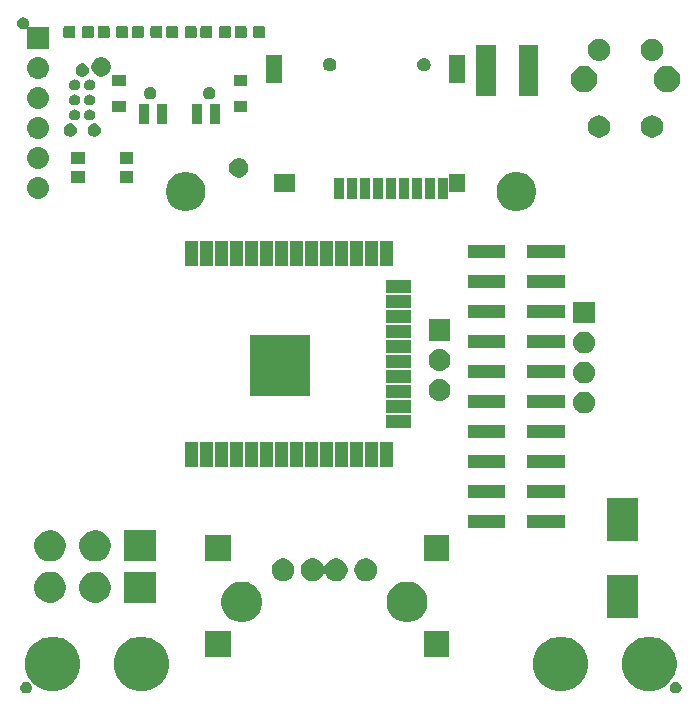
<source format=gts>
G04 #@! TF.GenerationSoftware,KiCad,Pcbnew,5.1.0*
G04 #@! TF.CreationDate,2019-04-16T13:05:14+02:00*
G04 #@! TF.ProjectId,KXKM_audio_battery_module,4b584b4d-5f61-4756-9469-6f5f62617474,2.0*
G04 #@! TF.SameCoordinates,PX623a7c0PY839b680*
G04 #@! TF.FileFunction,Soldermask,Top*
G04 #@! TF.FilePolarity,Negative*
%FSLAX46Y46*%
G04 Gerber Fmt 4.6, Leading zero omitted, Abs format (unit mm)*
G04 Created by KiCad (PCBNEW 5.1.0) date 2019-04-16 13:05:14*
%MOMM*%
%LPD*%
G04 APERTURE LIST*
%ADD10C,0.100000*%
G04 APERTURE END LIST*
D10*
G36*
X55895843Y1230786D02*
G01*
X55895846Y1230785D01*
X55895845Y1230785D01*
X55986839Y1193094D01*
X56028063Y1165549D01*
X56068730Y1138376D01*
X56138376Y1068730D01*
X56193095Y986837D01*
X56230786Y895843D01*
X56250000Y799247D01*
X56250000Y700753D01*
X56230786Y604157D01*
X56230785Y604155D01*
X56193094Y513161D01*
X56138375Y431269D01*
X56068731Y361625D01*
X55986839Y306906D01*
X55986838Y306905D01*
X55986837Y306905D01*
X55895843Y269214D01*
X55799247Y250000D01*
X55700753Y250000D01*
X55604157Y269214D01*
X55513163Y306905D01*
X55513162Y306905D01*
X55513161Y306906D01*
X55431269Y361625D01*
X55361625Y431269D01*
X55306906Y513161D01*
X55269215Y604155D01*
X55269214Y604157D01*
X55250000Y700753D01*
X55250000Y799247D01*
X55269214Y895843D01*
X55306905Y986837D01*
X55361624Y1068730D01*
X55431270Y1138376D01*
X55471937Y1165549D01*
X55513161Y1193094D01*
X55604155Y1230785D01*
X55604154Y1230785D01*
X55604157Y1230786D01*
X55700753Y1250000D01*
X55799247Y1250000D01*
X55895843Y1230786D01*
X55895843Y1230786D01*
G37*
G36*
X895843Y1230786D02*
G01*
X895846Y1230785D01*
X895845Y1230785D01*
X986839Y1193094D01*
X1028063Y1165549D01*
X1068730Y1138376D01*
X1138376Y1068730D01*
X1193095Y986837D01*
X1230786Y895843D01*
X1250000Y799247D01*
X1250000Y700753D01*
X1230786Y604157D01*
X1230785Y604155D01*
X1193094Y513161D01*
X1138375Y431269D01*
X1068731Y361625D01*
X986839Y306906D01*
X986838Y306905D01*
X986837Y306905D01*
X895843Y269214D01*
X799247Y250000D01*
X700753Y250000D01*
X604157Y269214D01*
X513163Y306905D01*
X513162Y306905D01*
X513161Y306906D01*
X431269Y361625D01*
X361625Y431269D01*
X306906Y513161D01*
X269215Y604155D01*
X269214Y604157D01*
X250000Y700753D01*
X250000Y799247D01*
X269214Y895843D01*
X306905Y986837D01*
X361624Y1068730D01*
X431270Y1138376D01*
X471937Y1165549D01*
X513161Y1193094D01*
X604155Y1230785D01*
X604154Y1230785D01*
X604157Y1230786D01*
X700753Y1250000D01*
X799247Y1250000D01*
X895843Y1230786D01*
X895843Y1230786D01*
G37*
G36*
X3676846Y4981268D02*
G01*
X3851766Y4908813D01*
X4099141Y4806348D01*
X4479195Y4552404D01*
X4802404Y4229195D01*
X5056348Y3849141D01*
X5158813Y3601766D01*
X5231268Y3426846D01*
X5320440Y2978545D01*
X5320440Y2521455D01*
X5231268Y2073154D01*
X5158813Y1898234D01*
X5056348Y1650859D01*
X4802404Y1270805D01*
X4479195Y947596D01*
X4099141Y693652D01*
X3883080Y604157D01*
X3676846Y518732D01*
X3228545Y429560D01*
X2771455Y429560D01*
X2323154Y518732D01*
X2116920Y604157D01*
X1900859Y693652D01*
X1520805Y947596D01*
X1197596Y1270805D01*
X943652Y1650859D01*
X841187Y1898234D01*
X768732Y2073154D01*
X679560Y2521455D01*
X679560Y2978545D01*
X768732Y3426846D01*
X841187Y3601766D01*
X943652Y3849141D01*
X1197596Y4229195D01*
X1520805Y4552404D01*
X1900859Y4806348D01*
X2148234Y4908813D01*
X2323154Y4981268D01*
X2771455Y5070440D01*
X3228545Y5070440D01*
X3676846Y4981268D01*
X3676846Y4981268D01*
G37*
G36*
X11176846Y4981268D02*
G01*
X11351766Y4908813D01*
X11599141Y4806348D01*
X11979195Y4552404D01*
X12302404Y4229195D01*
X12556348Y3849141D01*
X12658813Y3601766D01*
X12731268Y3426846D01*
X12820440Y2978545D01*
X12820440Y2521455D01*
X12731268Y2073154D01*
X12658813Y1898234D01*
X12556348Y1650859D01*
X12302404Y1270805D01*
X11979195Y947596D01*
X11599141Y693652D01*
X11383080Y604157D01*
X11176846Y518732D01*
X10728545Y429560D01*
X10271455Y429560D01*
X9823154Y518732D01*
X9616920Y604157D01*
X9400859Y693652D01*
X9020805Y947596D01*
X8697596Y1270805D01*
X8443652Y1650859D01*
X8341187Y1898234D01*
X8268732Y2073154D01*
X8179560Y2521455D01*
X8179560Y2978545D01*
X8268732Y3426846D01*
X8341187Y3601766D01*
X8443652Y3849141D01*
X8697596Y4229195D01*
X9020805Y4552404D01*
X9400859Y4806348D01*
X9648234Y4908813D01*
X9823154Y4981268D01*
X10271455Y5070440D01*
X10728545Y5070440D01*
X11176846Y4981268D01*
X11176846Y4981268D01*
G37*
G36*
X54176846Y4981268D02*
G01*
X54351766Y4908813D01*
X54599141Y4806348D01*
X54979195Y4552404D01*
X55302404Y4229195D01*
X55556348Y3849141D01*
X55658813Y3601766D01*
X55731268Y3426846D01*
X55820440Y2978545D01*
X55820440Y2521455D01*
X55731268Y2073154D01*
X55658813Y1898234D01*
X55556348Y1650859D01*
X55302404Y1270805D01*
X54979195Y947596D01*
X54599141Y693652D01*
X54383080Y604157D01*
X54176846Y518732D01*
X53728545Y429560D01*
X53271455Y429560D01*
X52823154Y518732D01*
X52616920Y604157D01*
X52400859Y693652D01*
X52020805Y947596D01*
X51697596Y1270805D01*
X51443652Y1650859D01*
X51341187Y1898234D01*
X51268732Y2073154D01*
X51179560Y2521455D01*
X51179560Y2978545D01*
X51268732Y3426846D01*
X51341187Y3601766D01*
X51443652Y3849141D01*
X51697596Y4229195D01*
X52020805Y4552404D01*
X52400859Y4806348D01*
X52648234Y4908813D01*
X52823154Y4981268D01*
X53271455Y5070440D01*
X53728545Y5070440D01*
X54176846Y4981268D01*
X54176846Y4981268D01*
G37*
G36*
X46676846Y4981268D02*
G01*
X46851766Y4908813D01*
X47099141Y4806348D01*
X47479195Y4552404D01*
X47802404Y4229195D01*
X48056348Y3849141D01*
X48158813Y3601766D01*
X48231268Y3426846D01*
X48320440Y2978545D01*
X48320440Y2521455D01*
X48231268Y2073154D01*
X48158813Y1898234D01*
X48056348Y1650859D01*
X47802404Y1270805D01*
X47479195Y947596D01*
X47099141Y693652D01*
X46883080Y604157D01*
X46676846Y518732D01*
X46228545Y429560D01*
X45771455Y429560D01*
X45323154Y518732D01*
X45116920Y604157D01*
X44900859Y693652D01*
X44520805Y947596D01*
X44197596Y1270805D01*
X43943652Y1650859D01*
X43841187Y1898234D01*
X43768732Y2073154D01*
X43679560Y2521455D01*
X43679560Y2978545D01*
X43768732Y3426846D01*
X43841187Y3601766D01*
X43943652Y3849141D01*
X44197596Y4229195D01*
X44520805Y4552404D01*
X44900859Y4806348D01*
X45148234Y4908813D01*
X45323154Y4981268D01*
X45771455Y5070440D01*
X46228545Y5070440D01*
X46676846Y4981268D01*
X46676846Y4981268D01*
G37*
G36*
X18070000Y3370000D02*
G01*
X15930000Y3370000D01*
X15930000Y5510000D01*
X18070000Y5510000D01*
X18070000Y3370000D01*
X18070000Y3370000D01*
G37*
G36*
X36570000Y3370000D02*
G01*
X34430000Y3370000D01*
X34430000Y5510000D01*
X36570000Y5510000D01*
X36570000Y3370000D01*
X36570000Y3370000D01*
G37*
G36*
X19501704Y9653902D02*
G01*
X19814724Y9524245D01*
X19814725Y9524244D01*
X20096436Y9336011D01*
X20336011Y9096436D01*
X20336012Y9096434D01*
X20524245Y8814724D01*
X20653902Y8501704D01*
X20720000Y8169407D01*
X20720000Y7830593D01*
X20653902Y7498296D01*
X20524245Y7185276D01*
X20524244Y7185275D01*
X20336011Y6903564D01*
X20096436Y6663989D01*
X19954623Y6569233D01*
X19814724Y6475755D01*
X19501704Y6346098D01*
X19169407Y6280000D01*
X18830593Y6280000D01*
X18498296Y6346098D01*
X18185276Y6475755D01*
X18045377Y6569233D01*
X17903564Y6663989D01*
X17663989Y6903564D01*
X17475756Y7185275D01*
X17475755Y7185276D01*
X17346098Y7498296D01*
X17280000Y7830593D01*
X17280000Y8169407D01*
X17346098Y8501704D01*
X17475755Y8814724D01*
X17663988Y9096434D01*
X17663989Y9096436D01*
X17903564Y9336011D01*
X18185275Y9524244D01*
X18185276Y9524245D01*
X18498296Y9653902D01*
X18830593Y9720000D01*
X19169407Y9720000D01*
X19501704Y9653902D01*
X19501704Y9653902D01*
G37*
G36*
X33501704Y9653902D02*
G01*
X33814724Y9524245D01*
X33814725Y9524244D01*
X34096436Y9336011D01*
X34336011Y9096436D01*
X34336012Y9096434D01*
X34524245Y8814724D01*
X34653902Y8501704D01*
X34720000Y8169407D01*
X34720000Y7830593D01*
X34653902Y7498296D01*
X34524245Y7185276D01*
X34524244Y7185275D01*
X34336011Y6903564D01*
X34096436Y6663989D01*
X33954623Y6569233D01*
X33814724Y6475755D01*
X33501704Y6346098D01*
X33169407Y6280000D01*
X32830593Y6280000D01*
X32498296Y6346098D01*
X32185276Y6475755D01*
X32045377Y6569233D01*
X31903564Y6663989D01*
X31663989Y6903564D01*
X31475756Y7185275D01*
X31475755Y7185276D01*
X31346098Y7498296D01*
X31280000Y7830593D01*
X31280000Y8169407D01*
X31346098Y8501704D01*
X31475755Y8814724D01*
X31663988Y9096434D01*
X31663989Y9096436D01*
X31903564Y9336011D01*
X32185275Y9524244D01*
X32185276Y9524245D01*
X32498296Y9653902D01*
X32830593Y9720000D01*
X33169407Y9720000D01*
X33501704Y9653902D01*
X33501704Y9653902D01*
G37*
G36*
X52570000Y6680000D02*
G01*
X49930000Y6680000D01*
X49930000Y10320000D01*
X52570000Y10320000D01*
X52570000Y6680000D01*
X52570000Y6680000D01*
G37*
G36*
X6975028Y10519274D02*
G01*
X7197646Y10427063D01*
X7215255Y10419769D01*
X7324086Y10347050D01*
X7364570Y10320000D01*
X7431451Y10275311D01*
X7615311Y10091451D01*
X7705449Y9956551D01*
X7759770Y9875253D01*
X7859274Y9635028D01*
X7910000Y9380010D01*
X7910000Y9119990D01*
X7859274Y8864972D01*
X7859273Y8864970D01*
X7759769Y8624745D01*
X7615311Y8408549D01*
X7431451Y8224689D01*
X7215255Y8080231D01*
X7215254Y8080230D01*
X7215253Y8080230D01*
X6975028Y7980726D01*
X6720010Y7930000D01*
X6459990Y7930000D01*
X6204972Y7980726D01*
X5964747Y8080230D01*
X5964746Y8080230D01*
X5964745Y8080231D01*
X5748549Y8224689D01*
X5564689Y8408549D01*
X5420231Y8624745D01*
X5320727Y8864970D01*
X5320726Y8864972D01*
X5270000Y9119990D01*
X5270000Y9380010D01*
X5320726Y9635028D01*
X5420230Y9875253D01*
X5474552Y9956551D01*
X5564689Y10091451D01*
X5748549Y10275311D01*
X5815431Y10320000D01*
X5855914Y10347050D01*
X5964745Y10419769D01*
X5982354Y10427063D01*
X6204972Y10519274D01*
X6459990Y10570000D01*
X6720010Y10570000D01*
X6975028Y10519274D01*
X6975028Y10519274D01*
G37*
G36*
X11720000Y7930000D02*
G01*
X9080000Y7930000D01*
X9080000Y10570000D01*
X11720000Y10570000D01*
X11720000Y7930000D01*
X11720000Y7930000D01*
G37*
G36*
X3165028Y10519274D02*
G01*
X3387646Y10427063D01*
X3405255Y10419769D01*
X3514086Y10347050D01*
X3554570Y10320000D01*
X3621451Y10275311D01*
X3805311Y10091451D01*
X3895449Y9956551D01*
X3949770Y9875253D01*
X4049274Y9635028D01*
X4100000Y9380010D01*
X4100000Y9119990D01*
X4049274Y8864972D01*
X4049273Y8864970D01*
X3949769Y8624745D01*
X3805311Y8408549D01*
X3621451Y8224689D01*
X3405255Y8080231D01*
X3405254Y8080230D01*
X3405253Y8080230D01*
X3165028Y7980726D01*
X2910010Y7930000D01*
X2649990Y7930000D01*
X2394972Y7980726D01*
X2154747Y8080230D01*
X2154746Y8080230D01*
X2154745Y8080231D01*
X1938549Y8224689D01*
X1754689Y8408549D01*
X1610231Y8624745D01*
X1510727Y8864970D01*
X1510726Y8864972D01*
X1460000Y9119990D01*
X1460000Y9380010D01*
X1510726Y9635028D01*
X1610230Y9875253D01*
X1664552Y9956551D01*
X1754689Y10091451D01*
X1938549Y10275311D01*
X2005431Y10320000D01*
X2045914Y10347050D01*
X2154745Y10419769D01*
X2172354Y10427063D01*
X2394972Y10519274D01*
X2649990Y10570000D01*
X2910010Y10570000D01*
X3165028Y10519274D01*
X3165028Y10519274D01*
G37*
G36*
X29782937Y11642724D02*
G01*
X29959466Y11569603D01*
X29959467Y11569602D01*
X30118339Y11463448D01*
X30253448Y11328339D01*
X30253449Y11328337D01*
X30359603Y11169466D01*
X30432724Y10992937D01*
X30470000Y10805538D01*
X30470000Y10614462D01*
X30432724Y10427063D01*
X30359603Y10250534D01*
X30359602Y10250533D01*
X30253448Y10091661D01*
X30118339Y9956552D01*
X30038364Y9903115D01*
X29959466Y9850397D01*
X29782937Y9777276D01*
X29595538Y9740000D01*
X29404462Y9740000D01*
X29217063Y9777276D01*
X29040534Y9850397D01*
X28961636Y9903115D01*
X28881661Y9956552D01*
X28746552Y10091661D01*
X28640398Y10250533D01*
X28640397Y10250534D01*
X28567276Y10427063D01*
X28530000Y10614462D01*
X28530000Y10805538D01*
X28567276Y10992937D01*
X28640397Y11169466D01*
X28746551Y11328337D01*
X28746552Y11328339D01*
X28881661Y11463448D01*
X29040533Y11569602D01*
X29040534Y11569603D01*
X29217063Y11642724D01*
X29404462Y11680000D01*
X29595538Y11680000D01*
X29782937Y11642724D01*
X29782937Y11642724D01*
G37*
G36*
X22782937Y11642724D02*
G01*
X22959466Y11569603D01*
X22959467Y11569602D01*
X23118339Y11463448D01*
X23253448Y11328339D01*
X23253449Y11328337D01*
X23359603Y11169466D01*
X23432724Y10992937D01*
X23470000Y10805538D01*
X23470000Y10614462D01*
X23432724Y10427063D01*
X23359603Y10250534D01*
X23359602Y10250533D01*
X23253448Y10091661D01*
X23118339Y9956552D01*
X23038364Y9903115D01*
X22959466Y9850397D01*
X22782937Y9777276D01*
X22595538Y9740000D01*
X22404462Y9740000D01*
X22217063Y9777276D01*
X22040534Y9850397D01*
X21961636Y9903115D01*
X21881661Y9956552D01*
X21746552Y10091661D01*
X21640398Y10250533D01*
X21640397Y10250534D01*
X21567276Y10427063D01*
X21530000Y10614462D01*
X21530000Y10805538D01*
X21567276Y10992937D01*
X21640397Y11169466D01*
X21746551Y11328337D01*
X21746552Y11328339D01*
X21881661Y11463448D01*
X22040533Y11569602D01*
X22040534Y11569603D01*
X22217063Y11642724D01*
X22404462Y11680000D01*
X22595538Y11680000D01*
X22782937Y11642724D01*
X22782937Y11642724D01*
G37*
G36*
X25282937Y11642724D02*
G01*
X25459466Y11569603D01*
X25459467Y11569602D01*
X25618339Y11463448D01*
X25753448Y11328339D01*
X25753449Y11328337D01*
X25859603Y11169466D01*
X25932724Y10992937D01*
X25950962Y10901249D01*
X25953807Y10891869D01*
X25958427Y10883225D01*
X25964645Y10875648D01*
X25972222Y10869430D01*
X25980866Y10864810D01*
X25990246Y10861965D01*
X26000000Y10861004D01*
X26009754Y10861965D01*
X26019134Y10864810D01*
X26027778Y10869430D01*
X26035355Y10875648D01*
X26041573Y10883225D01*
X26046193Y10891869D01*
X26049038Y10901249D01*
X26067276Y10992937D01*
X26140397Y11169466D01*
X26246551Y11328337D01*
X26246552Y11328339D01*
X26381661Y11463448D01*
X26540533Y11569602D01*
X26540534Y11569603D01*
X26717063Y11642724D01*
X26904462Y11680000D01*
X27095538Y11680000D01*
X27282937Y11642724D01*
X27459466Y11569603D01*
X27459467Y11569602D01*
X27618339Y11463448D01*
X27753448Y11328339D01*
X27753449Y11328337D01*
X27859603Y11169466D01*
X27932724Y10992937D01*
X27970000Y10805538D01*
X27970000Y10614462D01*
X27932724Y10427063D01*
X27859603Y10250534D01*
X27859602Y10250533D01*
X27753448Y10091661D01*
X27618339Y9956552D01*
X27538364Y9903115D01*
X27459466Y9850397D01*
X27282937Y9777276D01*
X27095538Y9740000D01*
X26904462Y9740000D01*
X26717063Y9777276D01*
X26540534Y9850397D01*
X26461636Y9903115D01*
X26381661Y9956552D01*
X26246552Y10091661D01*
X26140398Y10250533D01*
X26140397Y10250534D01*
X26067276Y10427063D01*
X26049038Y10518751D01*
X26046193Y10528131D01*
X26041573Y10536775D01*
X26035355Y10544352D01*
X26027778Y10550570D01*
X26019134Y10555190D01*
X26009754Y10558035D01*
X26000000Y10558996D01*
X25990246Y10558035D01*
X25980866Y10555190D01*
X25972222Y10550570D01*
X25964645Y10544352D01*
X25958427Y10536775D01*
X25953807Y10528131D01*
X25950962Y10518751D01*
X25932724Y10427063D01*
X25859603Y10250534D01*
X25859602Y10250533D01*
X25753448Y10091661D01*
X25618339Y9956552D01*
X25538364Y9903115D01*
X25459466Y9850397D01*
X25282937Y9777276D01*
X25095538Y9740000D01*
X24904462Y9740000D01*
X24717063Y9777276D01*
X24540534Y9850397D01*
X24461636Y9903115D01*
X24381661Y9956552D01*
X24246552Y10091661D01*
X24140398Y10250533D01*
X24140397Y10250534D01*
X24067276Y10427063D01*
X24030000Y10614462D01*
X24030000Y10805538D01*
X24067276Y10992937D01*
X24140397Y11169466D01*
X24246551Y11328337D01*
X24246552Y11328339D01*
X24381661Y11463448D01*
X24540533Y11569602D01*
X24540534Y11569603D01*
X24717063Y11642724D01*
X24904462Y11680000D01*
X25095538Y11680000D01*
X25282937Y11642724D01*
X25282937Y11642724D01*
G37*
G36*
X3165028Y14019274D02*
G01*
X3165031Y14019273D01*
X3165030Y14019273D01*
X3405255Y13919769D01*
X3514086Y13847050D01*
X3621450Y13775312D01*
X3805312Y13591450D01*
X3949770Y13375253D01*
X4049274Y13135028D01*
X4100000Y12880010D01*
X4100000Y12619990D01*
X4049274Y12364972D01*
X3949770Y12124747D01*
X3805312Y11908550D01*
X3621450Y11724688D01*
X3514086Y11652950D01*
X3405255Y11580231D01*
X3405254Y11580230D01*
X3405253Y11580230D01*
X3165028Y11480726D01*
X2910010Y11430000D01*
X2649990Y11430000D01*
X2394972Y11480726D01*
X2154747Y11580230D01*
X2154746Y11580230D01*
X2154745Y11580231D01*
X2045914Y11652950D01*
X1938550Y11724688D01*
X1754688Y11908550D01*
X1610230Y12124747D01*
X1510726Y12364972D01*
X1460000Y12619990D01*
X1460000Y12880010D01*
X1510726Y13135028D01*
X1610230Y13375253D01*
X1754688Y13591450D01*
X1938550Y13775312D01*
X2045914Y13847050D01*
X2154745Y13919769D01*
X2394970Y14019273D01*
X2394969Y14019273D01*
X2394972Y14019274D01*
X2649990Y14070000D01*
X2910010Y14070000D01*
X3165028Y14019274D01*
X3165028Y14019274D01*
G37*
G36*
X6975028Y14019274D02*
G01*
X6975031Y14019273D01*
X6975030Y14019273D01*
X7215255Y13919769D01*
X7324086Y13847050D01*
X7431450Y13775312D01*
X7615312Y13591450D01*
X7759770Y13375253D01*
X7859274Y13135028D01*
X7910000Y12880010D01*
X7910000Y12619990D01*
X7859274Y12364972D01*
X7759770Y12124747D01*
X7615312Y11908550D01*
X7431450Y11724688D01*
X7324086Y11652950D01*
X7215255Y11580231D01*
X7215254Y11580230D01*
X7215253Y11580230D01*
X6975028Y11480726D01*
X6720010Y11430000D01*
X6459990Y11430000D01*
X6204972Y11480726D01*
X5964747Y11580230D01*
X5964746Y11580230D01*
X5964745Y11580231D01*
X5855914Y11652950D01*
X5748550Y11724688D01*
X5564688Y11908550D01*
X5420230Y12124747D01*
X5320726Y12364972D01*
X5270000Y12619990D01*
X5270000Y12880010D01*
X5320726Y13135028D01*
X5420230Y13375253D01*
X5564688Y13591450D01*
X5748550Y13775312D01*
X5855914Y13847050D01*
X5964745Y13919769D01*
X6204970Y14019273D01*
X6204969Y14019273D01*
X6204972Y14019274D01*
X6459990Y14070000D01*
X6720010Y14070000D01*
X6975028Y14019274D01*
X6975028Y14019274D01*
G37*
G36*
X11720000Y11430000D02*
G01*
X9080000Y11430000D01*
X9080000Y14070000D01*
X11720000Y14070000D01*
X11720000Y11430000D01*
X11720000Y11430000D01*
G37*
G36*
X18070000Y11490000D02*
G01*
X15930000Y11490000D01*
X15930000Y13630000D01*
X18070000Y13630000D01*
X18070000Y11490000D01*
X18070000Y11490000D01*
G37*
G36*
X36570000Y11490000D02*
G01*
X34430000Y11490000D01*
X34430000Y13630000D01*
X36570000Y13630000D01*
X36570000Y11490000D01*
X36570000Y11490000D01*
G37*
G36*
X52570000Y13180000D02*
G01*
X49930000Y13180000D01*
X49930000Y16820000D01*
X52570000Y16820000D01*
X52570000Y13180000D01*
X52570000Y13180000D01*
G37*
G36*
X46340000Y14250000D02*
G01*
X43200000Y14250000D01*
X43200000Y15390000D01*
X46340000Y15390000D01*
X46340000Y14250000D01*
X46340000Y14250000D01*
G37*
G36*
X41300000Y14250000D02*
G01*
X38160000Y14250000D01*
X38160000Y15390000D01*
X41300000Y15390000D01*
X41300000Y14250000D01*
X41300000Y14250000D01*
G37*
G36*
X41300000Y16790000D02*
G01*
X38160000Y16790000D01*
X38160000Y17930000D01*
X41300000Y17930000D01*
X41300000Y16790000D01*
X41300000Y16790000D01*
G37*
G36*
X46340000Y16790000D02*
G01*
X43200000Y16790000D01*
X43200000Y17930000D01*
X46340000Y17930000D01*
X46340000Y16790000D01*
X46340000Y16790000D01*
G37*
G36*
X46340000Y19330000D02*
G01*
X43200000Y19330000D01*
X43200000Y20470000D01*
X46340000Y20470000D01*
X46340000Y19330000D01*
X46340000Y19330000D01*
G37*
G36*
X41300000Y19330000D02*
G01*
X38160000Y19330000D01*
X38160000Y20470000D01*
X41300000Y20470000D01*
X41300000Y19330000D01*
X41300000Y19330000D01*
G37*
G36*
X29240000Y19430000D02*
G01*
X28200000Y19430000D01*
X28200000Y21570000D01*
X29240000Y21570000D01*
X29240000Y19430000D01*
X29240000Y19430000D01*
G37*
G36*
X15270000Y19430000D02*
G01*
X14230000Y19430000D01*
X14230000Y21570000D01*
X15270000Y21570000D01*
X15270000Y19430000D01*
X15270000Y19430000D01*
G37*
G36*
X31780000Y19430000D02*
G01*
X30740000Y19430000D01*
X30740000Y21570000D01*
X31780000Y21570000D01*
X31780000Y19430000D01*
X31780000Y19430000D01*
G37*
G36*
X30510000Y19430000D02*
G01*
X29470000Y19430000D01*
X29470000Y21570000D01*
X30510000Y21570000D01*
X30510000Y19430000D01*
X30510000Y19430000D01*
G37*
G36*
X27970000Y19430000D02*
G01*
X26930000Y19430000D01*
X26930000Y21570000D01*
X27970000Y21570000D01*
X27970000Y19430000D01*
X27970000Y19430000D01*
G37*
G36*
X26700000Y19430000D02*
G01*
X25660000Y19430000D01*
X25660000Y21570000D01*
X26700000Y21570000D01*
X26700000Y19430000D01*
X26700000Y19430000D01*
G37*
G36*
X25430000Y19430000D02*
G01*
X24390000Y19430000D01*
X24390000Y21570000D01*
X25430000Y21570000D01*
X25430000Y19430000D01*
X25430000Y19430000D01*
G37*
G36*
X22890000Y19430000D02*
G01*
X21850000Y19430000D01*
X21850000Y21570000D01*
X22890000Y21570000D01*
X22890000Y19430000D01*
X22890000Y19430000D01*
G37*
G36*
X24160000Y19430000D02*
G01*
X23120000Y19430000D01*
X23120000Y21570000D01*
X24160000Y21570000D01*
X24160000Y19430000D01*
X24160000Y19430000D01*
G37*
G36*
X16540000Y19430000D02*
G01*
X15500000Y19430000D01*
X15500000Y21570000D01*
X16540000Y21570000D01*
X16540000Y19430000D01*
X16540000Y19430000D01*
G37*
G36*
X19080000Y19430000D02*
G01*
X18040000Y19430000D01*
X18040000Y21570000D01*
X19080000Y21570000D01*
X19080000Y19430000D01*
X19080000Y19430000D01*
G37*
G36*
X17810000Y19430000D02*
G01*
X16770000Y19430000D01*
X16770000Y21570000D01*
X17810000Y21570000D01*
X17810000Y19430000D01*
X17810000Y19430000D01*
G37*
G36*
X21620000Y19430000D02*
G01*
X20580000Y19430000D01*
X20580000Y21570000D01*
X21620000Y21570000D01*
X21620000Y19430000D01*
X21620000Y19430000D01*
G37*
G36*
X20350000Y19430000D02*
G01*
X19310000Y19430000D01*
X19310000Y21570000D01*
X20350000Y21570000D01*
X20350000Y19430000D01*
X20350000Y19430000D01*
G37*
G36*
X41300000Y21870000D02*
G01*
X38160000Y21870000D01*
X38160000Y23010000D01*
X41300000Y23010000D01*
X41300000Y21870000D01*
X41300000Y21870000D01*
G37*
G36*
X46340000Y21870000D02*
G01*
X43200000Y21870000D01*
X43200000Y23010000D01*
X46340000Y23010000D01*
X46340000Y21870000D01*
X46340000Y21870000D01*
G37*
G36*
X33330000Y22765000D02*
G01*
X31190000Y22765000D01*
X31190000Y23805000D01*
X33330000Y23805000D01*
X33330000Y22765000D01*
X33330000Y22765000D01*
G37*
G36*
X48180351Y25786689D02*
G01*
X48353773Y25734081D01*
X48513595Y25648655D01*
X48513597Y25648653D01*
X48653686Y25533686D01*
X48738778Y25430000D01*
X48768655Y25393595D01*
X48854081Y25233773D01*
X48906689Y25060351D01*
X48924451Y24880000D01*
X48906689Y24699649D01*
X48854081Y24526227D01*
X48768655Y24366405D01*
X48768653Y24366403D01*
X48653686Y24226314D01*
X48536650Y24130266D01*
X48513595Y24111345D01*
X48353773Y24025919D01*
X48180351Y23973311D01*
X48045196Y23960000D01*
X47954804Y23960000D01*
X47819649Y23973311D01*
X47646227Y24025919D01*
X47486405Y24111345D01*
X47463350Y24130266D01*
X47346314Y24226314D01*
X47231347Y24366403D01*
X47231345Y24366405D01*
X47145919Y24526227D01*
X47093311Y24699649D01*
X47075549Y24880000D01*
X47093311Y25060351D01*
X47145919Y25233773D01*
X47231345Y25393595D01*
X47261222Y25430000D01*
X47346314Y25533686D01*
X47486403Y25648653D01*
X47486405Y25648655D01*
X47646227Y25734081D01*
X47819649Y25786689D01*
X47954804Y25800000D01*
X48045196Y25800000D01*
X48180351Y25786689D01*
X48180351Y25786689D01*
G37*
G36*
X33330000Y24035000D02*
G01*
X31190000Y24035000D01*
X31190000Y25075000D01*
X33330000Y25075000D01*
X33330000Y24035000D01*
X33330000Y24035000D01*
G37*
G36*
X46340000Y24410000D02*
G01*
X43200000Y24410000D01*
X43200000Y25550000D01*
X46340000Y25550000D01*
X46340000Y24410000D01*
X46340000Y24410000D01*
G37*
G36*
X41300000Y24410000D02*
G01*
X38160000Y24410000D01*
X38160000Y25550000D01*
X41300000Y25550000D01*
X41300000Y24410000D01*
X41300000Y24410000D01*
G37*
G36*
X35930351Y26866689D02*
G01*
X36103773Y26814081D01*
X36263595Y26728655D01*
X36263597Y26728653D01*
X36403686Y26613686D01*
X36486060Y26513312D01*
X36518655Y26473595D01*
X36604081Y26313773D01*
X36656689Y26140351D01*
X36674451Y25960000D01*
X36656689Y25779649D01*
X36604081Y25606227D01*
X36518655Y25446405D01*
X36518653Y25446403D01*
X36403686Y25306314D01*
X36315292Y25233772D01*
X36263595Y25191345D01*
X36103773Y25105919D01*
X35930351Y25053311D01*
X35795196Y25040000D01*
X35704804Y25040000D01*
X35569649Y25053311D01*
X35396227Y25105919D01*
X35236405Y25191345D01*
X35184708Y25233772D01*
X35096314Y25306314D01*
X34981347Y25446403D01*
X34981345Y25446405D01*
X34895919Y25606227D01*
X34843311Y25779649D01*
X34825549Y25960000D01*
X34843311Y26140351D01*
X34895919Y26313773D01*
X34981345Y26473595D01*
X35013940Y26513312D01*
X35096314Y26613686D01*
X35236403Y26728653D01*
X35236405Y26728655D01*
X35396227Y26814081D01*
X35569649Y26866689D01*
X35704804Y26880000D01*
X35795196Y26880000D01*
X35930351Y26866689D01*
X35930351Y26866689D01*
G37*
G36*
X33330000Y25305000D02*
G01*
X31190000Y25305000D01*
X31190000Y26345000D01*
X33330000Y26345000D01*
X33330000Y25305000D01*
X33330000Y25305000D01*
G37*
G36*
X24820000Y25430000D02*
G01*
X19680000Y25430000D01*
X19680000Y30570000D01*
X24820000Y30570000D01*
X24820000Y25430000D01*
X24820000Y25430000D01*
G37*
G36*
X48180351Y28326689D02*
G01*
X48353773Y28274081D01*
X48513595Y28188655D01*
X48513597Y28188653D01*
X48653686Y28073686D01*
X48749734Y27956650D01*
X48768655Y27933595D01*
X48854081Y27773773D01*
X48906689Y27600351D01*
X48924451Y27420000D01*
X48906689Y27239649D01*
X48854081Y27066227D01*
X48768655Y26906405D01*
X48768653Y26906403D01*
X48653686Y26766314D01*
X48536650Y26670266D01*
X48513595Y26651345D01*
X48353773Y26565919D01*
X48180351Y26513311D01*
X48045196Y26500000D01*
X47954804Y26500000D01*
X47819649Y26513311D01*
X47646227Y26565919D01*
X47486405Y26651345D01*
X47463350Y26670266D01*
X47346314Y26766314D01*
X47231347Y26906403D01*
X47231345Y26906405D01*
X47145919Y27066227D01*
X47093311Y27239649D01*
X47075549Y27420000D01*
X47093311Y27600351D01*
X47145919Y27773773D01*
X47231345Y27933595D01*
X47250266Y27956650D01*
X47346314Y28073686D01*
X47486403Y28188653D01*
X47486405Y28188655D01*
X47646227Y28274081D01*
X47819649Y28326689D01*
X47954804Y28340000D01*
X48045196Y28340000D01*
X48180351Y28326689D01*
X48180351Y28326689D01*
G37*
G36*
X33330000Y26575000D02*
G01*
X31190000Y26575000D01*
X31190000Y27615000D01*
X33330000Y27615000D01*
X33330000Y26575000D01*
X33330000Y26575000D01*
G37*
G36*
X46340000Y26950000D02*
G01*
X43200000Y26950000D01*
X43200000Y28090000D01*
X46340000Y28090000D01*
X46340000Y26950000D01*
X46340000Y26950000D01*
G37*
G36*
X41300000Y26950000D02*
G01*
X38160000Y26950000D01*
X38160000Y28090000D01*
X41300000Y28090000D01*
X41300000Y26950000D01*
X41300000Y26950000D01*
G37*
G36*
X35930351Y29406689D02*
G01*
X36103773Y29354081D01*
X36263595Y29268655D01*
X36263597Y29268653D01*
X36403686Y29153686D01*
X36486060Y29053312D01*
X36518655Y29013595D01*
X36604081Y28853773D01*
X36656689Y28680351D01*
X36674451Y28500000D01*
X36656689Y28319649D01*
X36604081Y28146227D01*
X36518655Y27986405D01*
X36518653Y27986403D01*
X36403686Y27846314D01*
X36315292Y27773772D01*
X36263595Y27731345D01*
X36103773Y27645919D01*
X35930351Y27593311D01*
X35795196Y27580000D01*
X35704804Y27580000D01*
X35569649Y27593311D01*
X35396227Y27645919D01*
X35236405Y27731345D01*
X35184708Y27773772D01*
X35096314Y27846314D01*
X34981347Y27986403D01*
X34981345Y27986405D01*
X34895919Y28146227D01*
X34843311Y28319649D01*
X34825549Y28500000D01*
X34843311Y28680351D01*
X34895919Y28853773D01*
X34981345Y29013595D01*
X35013940Y29053312D01*
X35096314Y29153686D01*
X35236403Y29268653D01*
X35236405Y29268655D01*
X35396227Y29354081D01*
X35569649Y29406689D01*
X35704804Y29420000D01*
X35795196Y29420000D01*
X35930351Y29406689D01*
X35930351Y29406689D01*
G37*
G36*
X33330000Y27845000D02*
G01*
X31190000Y27845000D01*
X31190000Y28885000D01*
X33330000Y28885000D01*
X33330000Y27845000D01*
X33330000Y27845000D01*
G37*
G36*
X48180351Y30866689D02*
G01*
X48353773Y30814081D01*
X48513595Y30728655D01*
X48513597Y30728653D01*
X48653686Y30613686D01*
X48749734Y30496650D01*
X48768655Y30473595D01*
X48854081Y30313773D01*
X48906689Y30140351D01*
X48924451Y29960000D01*
X48906689Y29779649D01*
X48854081Y29606227D01*
X48768655Y29446405D01*
X48768653Y29446403D01*
X48653686Y29306314D01*
X48536650Y29210266D01*
X48513595Y29191345D01*
X48353773Y29105919D01*
X48180351Y29053311D01*
X48045196Y29040000D01*
X47954804Y29040000D01*
X47819649Y29053311D01*
X47646227Y29105919D01*
X47486405Y29191345D01*
X47463350Y29210266D01*
X47346314Y29306314D01*
X47231347Y29446403D01*
X47231345Y29446405D01*
X47145919Y29606227D01*
X47093311Y29779649D01*
X47075549Y29960000D01*
X47093311Y30140351D01*
X47145919Y30313773D01*
X47231345Y30473595D01*
X47250266Y30496650D01*
X47346314Y30613686D01*
X47486403Y30728653D01*
X47486405Y30728655D01*
X47646227Y30814081D01*
X47819649Y30866689D01*
X47954804Y30880000D01*
X48045196Y30880000D01*
X48180351Y30866689D01*
X48180351Y30866689D01*
G37*
G36*
X33330000Y29115000D02*
G01*
X31190000Y29115000D01*
X31190000Y30155000D01*
X33330000Y30155000D01*
X33330000Y29115000D01*
X33330000Y29115000D01*
G37*
G36*
X41300000Y29490000D02*
G01*
X38160000Y29490000D01*
X38160000Y30630000D01*
X41300000Y30630000D01*
X41300000Y29490000D01*
X41300000Y29490000D01*
G37*
G36*
X46340000Y29490000D02*
G01*
X43200000Y29490000D01*
X43200000Y30630000D01*
X46340000Y30630000D01*
X46340000Y29490000D01*
X46340000Y29490000D01*
G37*
G36*
X36670000Y30120000D02*
G01*
X34830000Y30120000D01*
X34830000Y31960000D01*
X36670000Y31960000D01*
X36670000Y30120000D01*
X36670000Y30120000D01*
G37*
G36*
X33330000Y30385000D02*
G01*
X31190000Y30385000D01*
X31190000Y31425000D01*
X33330000Y31425000D01*
X33330000Y30385000D01*
X33330000Y30385000D01*
G37*
G36*
X48920000Y31580000D02*
G01*
X47080000Y31580000D01*
X47080000Y33420000D01*
X48920000Y33420000D01*
X48920000Y31580000D01*
X48920000Y31580000D01*
G37*
G36*
X33330000Y31655000D02*
G01*
X31190000Y31655000D01*
X31190000Y32695000D01*
X33330000Y32695000D01*
X33330000Y31655000D01*
X33330000Y31655000D01*
G37*
G36*
X46340000Y32030000D02*
G01*
X43200000Y32030000D01*
X43200000Y33170000D01*
X46340000Y33170000D01*
X46340000Y32030000D01*
X46340000Y32030000D01*
G37*
G36*
X41300000Y32030000D02*
G01*
X38160000Y32030000D01*
X38160000Y33170000D01*
X41300000Y33170000D01*
X41300000Y32030000D01*
X41300000Y32030000D01*
G37*
G36*
X33330000Y32925000D02*
G01*
X31190000Y32925000D01*
X31190000Y33965000D01*
X33330000Y33965000D01*
X33330000Y32925000D01*
X33330000Y32925000D01*
G37*
G36*
X33330000Y34195000D02*
G01*
X31190000Y34195000D01*
X31190000Y35235000D01*
X33330000Y35235000D01*
X33330000Y34195000D01*
X33330000Y34195000D01*
G37*
G36*
X41300000Y34570000D02*
G01*
X38160000Y34570000D01*
X38160000Y35710000D01*
X41300000Y35710000D01*
X41300000Y34570000D01*
X41300000Y34570000D01*
G37*
G36*
X46340000Y34570000D02*
G01*
X43200000Y34570000D01*
X43200000Y35710000D01*
X46340000Y35710000D01*
X46340000Y34570000D01*
X46340000Y34570000D01*
G37*
G36*
X16540000Y36430000D02*
G01*
X15500000Y36430000D01*
X15500000Y38570000D01*
X16540000Y38570000D01*
X16540000Y36430000D01*
X16540000Y36430000D01*
G37*
G36*
X31780000Y36430000D02*
G01*
X30740000Y36430000D01*
X30740000Y38570000D01*
X31780000Y38570000D01*
X31780000Y36430000D01*
X31780000Y36430000D01*
G37*
G36*
X30510000Y36430000D02*
G01*
X29470000Y36430000D01*
X29470000Y38570000D01*
X30510000Y38570000D01*
X30510000Y36430000D01*
X30510000Y36430000D01*
G37*
G36*
X29240000Y36430000D02*
G01*
X28200000Y36430000D01*
X28200000Y38570000D01*
X29240000Y38570000D01*
X29240000Y36430000D01*
X29240000Y36430000D01*
G37*
G36*
X27970000Y36430000D02*
G01*
X26930000Y36430000D01*
X26930000Y38570000D01*
X27970000Y38570000D01*
X27970000Y36430000D01*
X27970000Y36430000D01*
G37*
G36*
X22890000Y36430000D02*
G01*
X21850000Y36430000D01*
X21850000Y38570000D01*
X22890000Y38570000D01*
X22890000Y36430000D01*
X22890000Y36430000D01*
G37*
G36*
X26700000Y36430000D02*
G01*
X25660000Y36430000D01*
X25660000Y38570000D01*
X26700000Y38570000D01*
X26700000Y36430000D01*
X26700000Y36430000D01*
G37*
G36*
X24160000Y36430000D02*
G01*
X23120000Y36430000D01*
X23120000Y38570000D01*
X24160000Y38570000D01*
X24160000Y36430000D01*
X24160000Y36430000D01*
G37*
G36*
X25430000Y36430000D02*
G01*
X24390000Y36430000D01*
X24390000Y38570000D01*
X25430000Y38570000D01*
X25430000Y36430000D01*
X25430000Y36430000D01*
G37*
G36*
X17810000Y36430000D02*
G01*
X16770000Y36430000D01*
X16770000Y38570000D01*
X17810000Y38570000D01*
X17810000Y36430000D01*
X17810000Y36430000D01*
G37*
G36*
X15270000Y36430000D02*
G01*
X14230000Y36430000D01*
X14230000Y38570000D01*
X15270000Y38570000D01*
X15270000Y36430000D01*
X15270000Y36430000D01*
G37*
G36*
X20350000Y36430000D02*
G01*
X19310000Y36430000D01*
X19310000Y38570000D01*
X20350000Y38570000D01*
X20350000Y36430000D01*
X20350000Y36430000D01*
G37*
G36*
X19080000Y36430000D02*
G01*
X18040000Y36430000D01*
X18040000Y38570000D01*
X19080000Y38570000D01*
X19080000Y36430000D01*
X19080000Y36430000D01*
G37*
G36*
X21620000Y36430000D02*
G01*
X20580000Y36430000D01*
X20580000Y38570000D01*
X21620000Y38570000D01*
X21620000Y36430000D01*
X21620000Y36430000D01*
G37*
G36*
X46340000Y37110000D02*
G01*
X43200000Y37110000D01*
X43200000Y38250000D01*
X46340000Y38250000D01*
X46340000Y37110000D01*
X46340000Y37110000D01*
G37*
G36*
X41300000Y37110000D02*
G01*
X38160000Y37110000D01*
X38160000Y38250000D01*
X41300000Y38250000D01*
X41300000Y37110000D01*
X41300000Y37110000D01*
G37*
G36*
X42737119Y44355823D02*
G01*
X43041040Y44229935D01*
X43041041Y44229934D01*
X43314563Y44047173D01*
X43547173Y43814563D01*
X43547174Y43814561D01*
X43729935Y43541040D01*
X43855823Y43237119D01*
X43920000Y42914482D01*
X43920000Y42585518D01*
X43855823Y42262881D01*
X43729935Y41958960D01*
X43729934Y41958959D01*
X43547173Y41685437D01*
X43314563Y41452827D01*
X43176873Y41360826D01*
X43041040Y41270065D01*
X42737119Y41144177D01*
X42414482Y41080000D01*
X42085518Y41080000D01*
X41762881Y41144177D01*
X41458960Y41270065D01*
X41323127Y41360826D01*
X41185437Y41452827D01*
X40952827Y41685437D01*
X40770066Y41958959D01*
X40770065Y41958960D01*
X40644177Y42262881D01*
X40580000Y42585518D01*
X40580000Y42914482D01*
X40644177Y43237119D01*
X40770065Y43541040D01*
X40952826Y43814561D01*
X40952827Y43814563D01*
X41185437Y44047173D01*
X41458959Y44229934D01*
X41458960Y44229935D01*
X41762881Y44355823D01*
X42085518Y44420000D01*
X42414482Y44420000D01*
X42737119Y44355823D01*
X42737119Y44355823D01*
G37*
G36*
X14737119Y44355823D02*
G01*
X15041040Y44229935D01*
X15041041Y44229934D01*
X15314563Y44047173D01*
X15547173Y43814563D01*
X15547174Y43814561D01*
X15729935Y43541040D01*
X15855823Y43237119D01*
X15920000Y42914482D01*
X15920000Y42585518D01*
X15855823Y42262881D01*
X15729935Y41958960D01*
X15729934Y41958959D01*
X15547173Y41685437D01*
X15314563Y41452827D01*
X15176873Y41360826D01*
X15041040Y41270065D01*
X14737119Y41144177D01*
X14414482Y41080000D01*
X14085518Y41080000D01*
X13762881Y41144177D01*
X13458960Y41270065D01*
X13323127Y41360826D01*
X13185437Y41452827D01*
X12952827Y41685437D01*
X12770066Y41958959D01*
X12770065Y41958960D01*
X12644177Y42262881D01*
X12580000Y42585518D01*
X12580000Y42914482D01*
X12644177Y43237119D01*
X12770065Y43541040D01*
X12952826Y43814561D01*
X12952827Y43814563D01*
X13185437Y44047173D01*
X13458959Y44229934D01*
X13458960Y44229935D01*
X13762881Y44355823D01*
X14085518Y44420000D01*
X14414482Y44420000D01*
X14737119Y44355823D01*
X14737119Y44355823D01*
G37*
G36*
X1930351Y43956689D02*
G01*
X2103773Y43904081D01*
X2263595Y43818655D01*
X2286650Y43799734D01*
X2403686Y43703686D01*
X2499734Y43586650D01*
X2518655Y43563595D01*
X2604081Y43403773D01*
X2656689Y43230351D01*
X2674451Y43050000D01*
X2656689Y42869649D01*
X2604081Y42696227D01*
X2518655Y42536405D01*
X2518653Y42536403D01*
X2403686Y42396314D01*
X2286650Y42300266D01*
X2263595Y42281345D01*
X2103773Y42195919D01*
X1930351Y42143311D01*
X1795196Y42130000D01*
X1704804Y42130000D01*
X1569649Y42143311D01*
X1396227Y42195919D01*
X1236405Y42281345D01*
X1213350Y42300266D01*
X1096314Y42396314D01*
X981347Y42536403D01*
X981345Y42536405D01*
X895919Y42696227D01*
X843311Y42869649D01*
X825549Y43050000D01*
X843311Y43230351D01*
X895919Y43403773D01*
X981345Y43563595D01*
X1000266Y43586650D01*
X1096314Y43703686D01*
X1213350Y43799734D01*
X1236405Y43818655D01*
X1396227Y43904081D01*
X1569649Y43956689D01*
X1704804Y43970000D01*
X1795196Y43970000D01*
X1930351Y43956689D01*
X1930351Y43956689D01*
G37*
G36*
X36470000Y42130000D02*
G01*
X35630000Y42130000D01*
X35630000Y43870000D01*
X36470000Y43870000D01*
X36470000Y42130000D01*
X36470000Y42130000D01*
G37*
G36*
X35370000Y42130000D02*
G01*
X34530000Y42130000D01*
X34530000Y43870000D01*
X35370000Y43870000D01*
X35370000Y42130000D01*
X35370000Y42130000D01*
G37*
G36*
X34270000Y42130000D02*
G01*
X33430000Y42130000D01*
X33430000Y43870000D01*
X34270000Y43870000D01*
X34270000Y42130000D01*
X34270000Y42130000D01*
G37*
G36*
X33170000Y42130000D02*
G01*
X32330000Y42130000D01*
X32330000Y43870000D01*
X33170000Y43870000D01*
X33170000Y42130000D01*
X33170000Y42130000D01*
G37*
G36*
X32070000Y42130000D02*
G01*
X31230000Y42130000D01*
X31230000Y43870000D01*
X32070000Y43870000D01*
X32070000Y42130000D01*
X32070000Y42130000D01*
G37*
G36*
X30970000Y42130000D02*
G01*
X30130000Y42130000D01*
X30130000Y43870000D01*
X30970000Y43870000D01*
X30970000Y42130000D01*
X30970000Y42130000D01*
G37*
G36*
X29870000Y42130000D02*
G01*
X29030000Y42130000D01*
X29030000Y43870000D01*
X29870000Y43870000D01*
X29870000Y42130000D01*
X29870000Y42130000D01*
G37*
G36*
X27670000Y42130000D02*
G01*
X26830000Y42130000D01*
X26830000Y43870000D01*
X27670000Y43870000D01*
X27670000Y42130000D01*
X27670000Y42130000D01*
G37*
G36*
X28770000Y42130000D02*
G01*
X27930000Y42130000D01*
X27930000Y43870000D01*
X28770000Y43870000D01*
X28770000Y42130000D01*
X28770000Y42130000D01*
G37*
G36*
X23520000Y42730000D02*
G01*
X21780000Y42730000D01*
X21780000Y44270000D01*
X23520000Y44270000D01*
X23520000Y42730000D01*
X23520000Y42730000D01*
G37*
G36*
X37920000Y42730000D02*
G01*
X36580000Y42730000D01*
X36580000Y44270000D01*
X37920000Y44270000D01*
X37920000Y42730000D01*
X37920000Y42730000D01*
G37*
G36*
X5720000Y43480000D02*
G01*
X4580000Y43480000D01*
X4580000Y44520000D01*
X5720000Y44520000D01*
X5720000Y43480000D01*
X5720000Y43480000D01*
G37*
G36*
X9820000Y43480000D02*
G01*
X8680000Y43480000D01*
X8680000Y44520000D01*
X9820000Y44520000D01*
X9820000Y43480000D01*
X9820000Y43480000D01*
G37*
G36*
X18989183Y45538489D02*
G01*
X18989186Y45538488D01*
X18989185Y45538488D01*
X19138416Y45476675D01*
X19272720Y45386936D01*
X19386936Y45272720D01*
X19476675Y45138416D01*
X19476676Y45138414D01*
X19538489Y44989183D01*
X19570000Y44830764D01*
X19570000Y44669236D01*
X19538489Y44510817D01*
X19538488Y44510815D01*
X19476675Y44361584D01*
X19386936Y44227280D01*
X19272720Y44113064D01*
X19138416Y44023325D01*
X19138415Y44023324D01*
X19138414Y44023324D01*
X18989183Y43961511D01*
X18830764Y43930000D01*
X18669236Y43930000D01*
X18510817Y43961511D01*
X18361586Y44023324D01*
X18361585Y44023324D01*
X18361584Y44023325D01*
X18227280Y44113064D01*
X18113064Y44227280D01*
X18023325Y44361584D01*
X17961512Y44510815D01*
X17961511Y44510817D01*
X17930000Y44669236D01*
X17930000Y44830764D01*
X17961511Y44989183D01*
X18023324Y45138414D01*
X18023325Y45138416D01*
X18113064Y45272720D01*
X18227280Y45386936D01*
X18361584Y45476675D01*
X18510815Y45538488D01*
X18510814Y45538488D01*
X18510817Y45538489D01*
X18669236Y45570000D01*
X18830764Y45570000D01*
X18989183Y45538489D01*
X18989183Y45538489D01*
G37*
G36*
X1930351Y46496689D02*
G01*
X2103773Y46444081D01*
X2263595Y46358655D01*
X2263597Y46358653D01*
X2403686Y46243686D01*
X2499734Y46126650D01*
X2518655Y46103595D01*
X2604081Y45943773D01*
X2656689Y45770351D01*
X2674451Y45590000D01*
X2656689Y45409649D01*
X2604081Y45236227D01*
X2518655Y45076405D01*
X2518653Y45076403D01*
X2403686Y44936314D01*
X2286650Y44840266D01*
X2263595Y44821345D01*
X2103773Y44735919D01*
X1930351Y44683311D01*
X1795196Y44670000D01*
X1704804Y44670000D01*
X1569649Y44683311D01*
X1396227Y44735919D01*
X1236405Y44821345D01*
X1213350Y44840266D01*
X1096314Y44936314D01*
X981347Y45076403D01*
X981345Y45076405D01*
X895919Y45236227D01*
X843311Y45409649D01*
X825549Y45590000D01*
X843311Y45770351D01*
X895919Y45943773D01*
X981345Y46103595D01*
X1000266Y46126650D01*
X1096314Y46243686D01*
X1236403Y46358653D01*
X1236405Y46358655D01*
X1396227Y46444081D01*
X1569649Y46496689D01*
X1704804Y46510000D01*
X1795196Y46510000D01*
X1930351Y46496689D01*
X1930351Y46496689D01*
G37*
G36*
X9820000Y45080000D02*
G01*
X8680000Y45080000D01*
X8680000Y46120000D01*
X9820000Y46120000D01*
X9820000Y45080000D01*
X9820000Y45080000D01*
G37*
G36*
X5720000Y45080000D02*
G01*
X4580000Y45080000D01*
X4580000Y46120000D01*
X5720000Y46120000D01*
X5720000Y45080000D01*
X5720000Y45080000D01*
G37*
G36*
X1930351Y49036689D02*
G01*
X2103773Y48984081D01*
X2263595Y48898655D01*
X2263597Y48898653D01*
X2403686Y48783686D01*
X2499734Y48666650D01*
X2518655Y48643595D01*
X2604081Y48483773D01*
X2656689Y48310351D01*
X2674451Y48130000D01*
X2656689Y47949649D01*
X2604081Y47776227D01*
X2518655Y47616405D01*
X2518653Y47616403D01*
X2403686Y47476314D01*
X2304238Y47394700D01*
X2263595Y47361345D01*
X2103773Y47275919D01*
X1930351Y47223311D01*
X1795196Y47210000D01*
X1704804Y47210000D01*
X1569649Y47223311D01*
X1396227Y47275919D01*
X1236405Y47361345D01*
X1195762Y47394700D01*
X1096314Y47476314D01*
X981347Y47616403D01*
X981345Y47616405D01*
X895919Y47776227D01*
X843311Y47949649D01*
X825549Y48130000D01*
X843311Y48310351D01*
X895919Y48483773D01*
X981345Y48643595D01*
X1000266Y48666650D01*
X1096314Y48783686D01*
X1236403Y48898653D01*
X1236405Y48898655D01*
X1396227Y48984081D01*
X1569649Y49036689D01*
X1704804Y49050000D01*
X1795196Y49050000D01*
X1930351Y49036689D01*
X1930351Y49036689D01*
G37*
G36*
X53886726Y49184328D02*
G01*
X54015646Y49158684D01*
X54187625Y49087448D01*
X54263591Y49036689D01*
X54342401Y48984030D01*
X54474030Y48852401D01*
X54496298Y48819074D01*
X54577448Y48697625D01*
X54648684Y48525646D01*
X54685000Y48343074D01*
X54685000Y48156926D01*
X54648684Y47974354D01*
X54577448Y47802375D01*
X54474029Y47647598D01*
X54342402Y47515971D01*
X54187625Y47412552D01*
X54015646Y47341316D01*
X53924360Y47323158D01*
X53833075Y47305000D01*
X53646925Y47305000D01*
X53555640Y47323158D01*
X53464354Y47341316D01*
X53292375Y47412552D01*
X53137598Y47515971D01*
X53005971Y47647598D01*
X52902552Y47802375D01*
X52831316Y47974354D01*
X52795000Y48156926D01*
X52795000Y48343074D01*
X52831316Y48525646D01*
X52902552Y48697625D01*
X52983702Y48819074D01*
X53005970Y48852401D01*
X53137599Y48984030D01*
X53216409Y49036689D01*
X53292375Y49087448D01*
X53464354Y49158684D01*
X53593274Y49184328D01*
X53646925Y49195000D01*
X53833075Y49195000D01*
X53886726Y49184328D01*
X53886726Y49184328D01*
G37*
G36*
X49386726Y49184328D02*
G01*
X49515646Y49158684D01*
X49687625Y49087448D01*
X49763591Y49036689D01*
X49842401Y48984030D01*
X49974030Y48852401D01*
X49996298Y48819074D01*
X50077448Y48697625D01*
X50148684Y48525646D01*
X50185000Y48343074D01*
X50185000Y48156926D01*
X50148684Y47974354D01*
X50077448Y47802375D01*
X49974029Y47647598D01*
X49842402Y47515971D01*
X49687625Y47412552D01*
X49515646Y47341316D01*
X49424360Y47323158D01*
X49333075Y47305000D01*
X49146925Y47305000D01*
X49055640Y47323158D01*
X48964354Y47341316D01*
X48792375Y47412552D01*
X48637598Y47515971D01*
X48505971Y47647598D01*
X48402552Y47802375D01*
X48331316Y47974354D01*
X48295000Y48156926D01*
X48295000Y48343074D01*
X48331316Y48525646D01*
X48402552Y48697625D01*
X48483702Y48819074D01*
X48505970Y48852401D01*
X48637599Y48984030D01*
X48716409Y49036689D01*
X48792375Y49087448D01*
X48964354Y49158684D01*
X49093274Y49184328D01*
X49146925Y49195000D01*
X49333075Y49195000D01*
X49386726Y49184328D01*
X49386726Y49184328D01*
G37*
G36*
X6626284Y48514438D02*
G01*
X6680892Y48503576D01*
X6783770Y48460962D01*
X6876358Y48399097D01*
X6955097Y48320358D01*
X7016962Y48227770D01*
X7059576Y48124892D01*
X7081300Y48015677D01*
X7081300Y47904323D01*
X7059576Y47795108D01*
X7016962Y47692230D01*
X6955097Y47599642D01*
X6876358Y47520903D01*
X6783770Y47459038D01*
X6680892Y47416424D01*
X6626284Y47405562D01*
X6571678Y47394700D01*
X6460322Y47394700D01*
X6351108Y47416424D01*
X6248230Y47459038D01*
X6155642Y47520903D01*
X6076903Y47599642D01*
X6015038Y47692230D01*
X5972424Y47795108D01*
X5950700Y47904323D01*
X5950700Y48015677D01*
X5972424Y48124892D01*
X6015038Y48227770D01*
X6076903Y48320358D01*
X6155642Y48399097D01*
X6248230Y48460962D01*
X6351108Y48503576D01*
X6460322Y48525300D01*
X6571678Y48525300D01*
X6626284Y48514438D01*
X6626284Y48514438D01*
G37*
G36*
X4594284Y48514438D02*
G01*
X4648892Y48503576D01*
X4751770Y48460962D01*
X4844358Y48399097D01*
X4923097Y48320358D01*
X4984962Y48227770D01*
X5027576Y48124892D01*
X5049300Y48015677D01*
X5049300Y47904323D01*
X5027576Y47795108D01*
X4984962Y47692230D01*
X4923097Y47599642D01*
X4844358Y47520903D01*
X4751770Y47459038D01*
X4648892Y47416424D01*
X4594284Y47405562D01*
X4539678Y47394700D01*
X4428322Y47394700D01*
X4319108Y47416424D01*
X4216230Y47459038D01*
X4123642Y47520903D01*
X4044903Y47599642D01*
X3983038Y47692230D01*
X3940424Y47795108D01*
X3918700Y47904323D01*
X3918700Y48015677D01*
X3940424Y48124892D01*
X3983038Y48227770D01*
X4044903Y48320358D01*
X4123642Y48399097D01*
X4216230Y48460962D01*
X4319108Y48503576D01*
X4428322Y48525300D01*
X4539678Y48525300D01*
X4594284Y48514438D01*
X4594284Y48514438D01*
G37*
G36*
X17170000Y48500000D02*
G01*
X16330000Y48500000D01*
X16330000Y50140000D01*
X17170000Y50140000D01*
X17170000Y48500000D01*
X17170000Y48500000D01*
G37*
G36*
X15670000Y48500000D02*
G01*
X14830000Y48500000D01*
X14830000Y50140000D01*
X15670000Y50140000D01*
X15670000Y48500000D01*
X15670000Y48500000D01*
G37*
G36*
X12670000Y48500000D02*
G01*
X11830000Y48500000D01*
X11830000Y50140000D01*
X12670000Y50140000D01*
X12670000Y48500000D01*
X12670000Y48500000D01*
G37*
G36*
X11170000Y48500000D02*
G01*
X10330000Y48500000D01*
X10330000Y50140000D01*
X11170000Y50140000D01*
X11170000Y48500000D01*
X11170000Y48500000D01*
G37*
G36*
X6240394Y49681821D02*
G01*
X6270256Y49675881D01*
X6323472Y49653838D01*
X6354647Y49640925D01*
X6411348Y49603038D01*
X6430592Y49590180D01*
X6495180Y49525592D01*
X6495183Y49525587D01*
X6545925Y49449647D01*
X6580881Y49365255D01*
X6598700Y49275672D01*
X6598700Y49184328D01*
X6580881Y49094745D01*
X6545925Y49010353D01*
X6508038Y48953652D01*
X6495180Y48934408D01*
X6430592Y48869820D01*
X6411348Y48856962D01*
X6354647Y48819075D01*
X6323472Y48806162D01*
X6270256Y48784119D01*
X6240394Y48778179D01*
X6180672Y48766300D01*
X6089328Y48766300D01*
X6029606Y48778179D01*
X5999744Y48784119D01*
X5946528Y48806162D01*
X5915353Y48819075D01*
X5858652Y48856962D01*
X5839408Y48869820D01*
X5774820Y48934408D01*
X5761962Y48953652D01*
X5724075Y49010353D01*
X5689119Y49094745D01*
X5671300Y49184328D01*
X5671300Y49275672D01*
X5689119Y49365255D01*
X5724075Y49449647D01*
X5774817Y49525587D01*
X5774820Y49525592D01*
X5839408Y49590180D01*
X5858652Y49603038D01*
X5915353Y49640925D01*
X5946528Y49653838D01*
X5999744Y49675881D01*
X6029606Y49681821D01*
X6089328Y49693700D01*
X6180672Y49693700D01*
X6240394Y49681821D01*
X6240394Y49681821D01*
G37*
G36*
X4970394Y49681821D02*
G01*
X5000256Y49675881D01*
X5053472Y49653838D01*
X5084647Y49640925D01*
X5141348Y49603038D01*
X5160592Y49590180D01*
X5225180Y49525592D01*
X5225183Y49525587D01*
X5275925Y49449647D01*
X5310881Y49365255D01*
X5328700Y49275672D01*
X5328700Y49184328D01*
X5310881Y49094745D01*
X5275925Y49010353D01*
X5238038Y48953652D01*
X5225180Y48934408D01*
X5160592Y48869820D01*
X5141348Y48856962D01*
X5084647Y48819075D01*
X5053472Y48806162D01*
X5000256Y48784119D01*
X4970394Y48778179D01*
X4910672Y48766300D01*
X4819328Y48766300D01*
X4759606Y48778179D01*
X4729744Y48784119D01*
X4676528Y48806162D01*
X4645353Y48819075D01*
X4588652Y48856962D01*
X4569408Y48869820D01*
X4504820Y48934408D01*
X4491962Y48953652D01*
X4454075Y49010353D01*
X4419119Y49094745D01*
X4401300Y49184328D01*
X4401300Y49275672D01*
X4419119Y49365255D01*
X4454075Y49449647D01*
X4504817Y49525587D01*
X4504820Y49525592D01*
X4569408Y49590180D01*
X4588652Y49603038D01*
X4645353Y49640925D01*
X4676528Y49653838D01*
X4729744Y49675881D01*
X4759606Y49681821D01*
X4819328Y49693700D01*
X4910672Y49693700D01*
X4970394Y49681821D01*
X4970394Y49681821D01*
G37*
G36*
X19470000Y49500000D02*
G01*
X18330000Y49500000D01*
X18330000Y50440000D01*
X19470000Y50440000D01*
X19470000Y49500000D01*
X19470000Y49500000D01*
G37*
G36*
X9170000Y49500000D02*
G01*
X8030000Y49500000D01*
X8030000Y50440000D01*
X9170000Y50440000D01*
X9170000Y49500000D01*
X9170000Y49500000D01*
G37*
G36*
X1930351Y51576689D02*
G01*
X2103773Y51524081D01*
X2263595Y51438655D01*
X2263597Y51438653D01*
X2403686Y51323686D01*
X2449822Y51267468D01*
X2518655Y51183595D01*
X2604081Y51023773D01*
X2656689Y50850351D01*
X2674451Y50670000D01*
X2656689Y50489649D01*
X2604081Y50316227D01*
X2518655Y50156405D01*
X2518653Y50156403D01*
X2403686Y50016314D01*
X2286650Y49920266D01*
X2263595Y49901345D01*
X2103773Y49815919D01*
X1930351Y49763311D01*
X1795196Y49750000D01*
X1704804Y49750000D01*
X1569649Y49763311D01*
X1396227Y49815919D01*
X1236405Y49901345D01*
X1213350Y49920266D01*
X1096314Y50016314D01*
X981347Y50156403D01*
X981345Y50156405D01*
X895919Y50316227D01*
X843311Y50489649D01*
X825549Y50670000D01*
X843311Y50850351D01*
X895919Y51023773D01*
X981345Y51183595D01*
X1050178Y51267468D01*
X1096314Y51323686D01*
X1236403Y51438653D01*
X1236405Y51438655D01*
X1396227Y51524081D01*
X1569649Y51576689D01*
X1704804Y51590000D01*
X1795196Y51590000D01*
X1930351Y51576689D01*
X1930351Y51576689D01*
G37*
G36*
X6240394Y50951821D02*
G01*
X6270256Y50945881D01*
X6312644Y50928323D01*
X6354647Y50910925D01*
X6411348Y50873038D01*
X6430592Y50860180D01*
X6495180Y50795592D01*
X6495183Y50795587D01*
X6545925Y50719647D01*
X6580881Y50635255D01*
X6598700Y50545672D01*
X6598700Y50454328D01*
X6580881Y50364745D01*
X6545925Y50280353D01*
X6508038Y50223652D01*
X6495180Y50204408D01*
X6430592Y50139820D01*
X6411348Y50126962D01*
X6354647Y50089075D01*
X6323472Y50076162D01*
X6270256Y50054119D01*
X6240394Y50048179D01*
X6180672Y50036300D01*
X6089328Y50036300D01*
X6029606Y50048179D01*
X5999744Y50054119D01*
X5946528Y50076162D01*
X5915353Y50089075D01*
X5858652Y50126962D01*
X5839408Y50139820D01*
X5774820Y50204408D01*
X5761962Y50223652D01*
X5724075Y50280353D01*
X5689119Y50364745D01*
X5671300Y50454328D01*
X5671300Y50545672D01*
X5689119Y50635255D01*
X5724075Y50719647D01*
X5774817Y50795587D01*
X5774820Y50795592D01*
X5839408Y50860180D01*
X5858652Y50873038D01*
X5915353Y50910925D01*
X5957356Y50928323D01*
X5999744Y50945881D01*
X6029606Y50951821D01*
X6089328Y50963700D01*
X6180672Y50963700D01*
X6240394Y50951821D01*
X6240394Y50951821D01*
G37*
G36*
X4970394Y50951821D02*
G01*
X5000256Y50945881D01*
X5042644Y50928323D01*
X5084647Y50910925D01*
X5141348Y50873038D01*
X5160592Y50860180D01*
X5225180Y50795592D01*
X5225183Y50795587D01*
X5275925Y50719647D01*
X5310881Y50635255D01*
X5328700Y50545672D01*
X5328700Y50454328D01*
X5310881Y50364745D01*
X5275925Y50280353D01*
X5238038Y50223652D01*
X5225180Y50204408D01*
X5160592Y50139820D01*
X5141348Y50126962D01*
X5084647Y50089075D01*
X5053472Y50076162D01*
X5000256Y50054119D01*
X4970394Y50048179D01*
X4910672Y50036300D01*
X4819328Y50036300D01*
X4759606Y50048179D01*
X4729744Y50054119D01*
X4676528Y50076162D01*
X4645353Y50089075D01*
X4588652Y50126962D01*
X4569408Y50139820D01*
X4504820Y50204408D01*
X4491962Y50223652D01*
X4454075Y50280353D01*
X4419119Y50364745D01*
X4401300Y50454328D01*
X4401300Y50545672D01*
X4419119Y50635255D01*
X4454075Y50719647D01*
X4504817Y50795587D01*
X4504820Y50795592D01*
X4569408Y50860180D01*
X4588652Y50873038D01*
X4645353Y50910925D01*
X4687356Y50928323D01*
X4729744Y50945881D01*
X4759606Y50951821D01*
X4819328Y50963700D01*
X4910672Y50963700D01*
X4970394Y50951821D01*
X4970394Y50951821D01*
G37*
G36*
X16351447Y51590008D02*
G01*
X16401678Y51580017D01*
X16461355Y51555298D01*
X16496315Y51540817D01*
X16581476Y51483914D01*
X16581478Y51483912D01*
X16581481Y51483910D01*
X16653910Y51411481D01*
X16653912Y51411478D01*
X16653914Y51411476D01*
X16710817Y51326315D01*
X16750017Y51231677D01*
X16770000Y51131217D01*
X16770000Y51028783D01*
X16750017Y50928323D01*
X16710817Y50833685D01*
X16653914Y50748524D01*
X16653912Y50748522D01*
X16653910Y50748519D01*
X16581481Y50676090D01*
X16581478Y50676088D01*
X16581476Y50676086D01*
X16496315Y50619183D01*
X16461355Y50604702D01*
X16401678Y50579983D01*
X16351447Y50569991D01*
X16301217Y50560000D01*
X16198783Y50560000D01*
X16148553Y50569991D01*
X16098322Y50579983D01*
X16038645Y50604702D01*
X16003685Y50619183D01*
X15918524Y50676086D01*
X15918522Y50676088D01*
X15918519Y50676090D01*
X15846090Y50748519D01*
X15846088Y50748522D01*
X15846086Y50748524D01*
X15789183Y50833685D01*
X15749983Y50928323D01*
X15730000Y51028783D01*
X15730000Y51131217D01*
X15749983Y51231677D01*
X15789183Y51326315D01*
X15846086Y51411476D01*
X15846088Y51411478D01*
X15846090Y51411481D01*
X15918519Y51483910D01*
X15918522Y51483912D01*
X15918524Y51483914D01*
X16003685Y51540817D01*
X16038645Y51555298D01*
X16098322Y51580017D01*
X16148553Y51590008D01*
X16198783Y51600000D01*
X16301217Y51600000D01*
X16351447Y51590008D01*
X16351447Y51590008D01*
G37*
G36*
X11351447Y51590008D02*
G01*
X11401678Y51580017D01*
X11461355Y51555298D01*
X11496315Y51540817D01*
X11581476Y51483914D01*
X11581478Y51483912D01*
X11581481Y51483910D01*
X11653910Y51411481D01*
X11653912Y51411478D01*
X11653914Y51411476D01*
X11710817Y51326315D01*
X11750017Y51231677D01*
X11770000Y51131217D01*
X11770000Y51028783D01*
X11750017Y50928323D01*
X11710817Y50833685D01*
X11653914Y50748524D01*
X11653912Y50748522D01*
X11653910Y50748519D01*
X11581481Y50676090D01*
X11581478Y50676088D01*
X11581476Y50676086D01*
X11496315Y50619183D01*
X11461355Y50604702D01*
X11401678Y50579983D01*
X11351447Y50569991D01*
X11301217Y50560000D01*
X11198783Y50560000D01*
X11148553Y50569991D01*
X11098322Y50579983D01*
X11038645Y50604702D01*
X11003685Y50619183D01*
X10918524Y50676086D01*
X10918522Y50676088D01*
X10918519Y50676090D01*
X10846090Y50748519D01*
X10846088Y50748522D01*
X10846086Y50748524D01*
X10789183Y50833685D01*
X10749983Y50928323D01*
X10730000Y51028783D01*
X10730000Y51131217D01*
X10749983Y51231677D01*
X10789183Y51326315D01*
X10846086Y51411476D01*
X10846088Y51411478D01*
X10846090Y51411481D01*
X10918519Y51483910D01*
X10918522Y51483912D01*
X10918524Y51483914D01*
X11003685Y51540817D01*
X11038645Y51555298D01*
X11098322Y51580017D01*
X11148553Y51590008D01*
X11198783Y51600000D01*
X11301217Y51600000D01*
X11351447Y51590008D01*
X11351447Y51590008D01*
G37*
G36*
X40520000Y50830000D02*
G01*
X38880000Y50830000D01*
X38880000Y55170000D01*
X40520000Y55170000D01*
X40520000Y50830000D01*
X40520000Y50830000D01*
G37*
G36*
X44120000Y50830000D02*
G01*
X42480000Y50830000D01*
X42480000Y55170000D01*
X44120000Y55170000D01*
X44120000Y50830000D01*
X44120000Y50830000D01*
G37*
G36*
X48208501Y53358479D02*
G01*
X48316692Y53336959D01*
X48520519Y53252531D01*
X48703958Y53129961D01*
X48859961Y52973958D01*
X48982531Y52790519D01*
X49066959Y52586692D01*
X49076438Y52539038D01*
X49110000Y52370312D01*
X49110000Y52149688D01*
X49093272Y52065592D01*
X49066959Y51933308D01*
X48982531Y51729481D01*
X48859961Y51546042D01*
X48703958Y51390039D01*
X48520519Y51267469D01*
X48316692Y51183041D01*
X48208501Y51161521D01*
X48100312Y51140000D01*
X47879688Y51140000D01*
X47771499Y51161520D01*
X47663308Y51183041D01*
X47459481Y51267469D01*
X47276042Y51390039D01*
X47120039Y51546042D01*
X46997469Y51729481D01*
X46913041Y51933308D01*
X46886728Y52065592D01*
X46870000Y52149688D01*
X46870000Y52370312D01*
X46903562Y52539038D01*
X46913041Y52586692D01*
X46997469Y52790519D01*
X47120039Y52973958D01*
X47276042Y53129961D01*
X47459481Y53252531D01*
X47663308Y53336959D01*
X47771499Y53358479D01*
X47879688Y53380000D01*
X48100312Y53380000D01*
X48208501Y53358479D01*
X48208501Y53358479D01*
G37*
G36*
X55218501Y53358479D02*
G01*
X55326692Y53336959D01*
X55530519Y53252531D01*
X55713958Y53129961D01*
X55869961Y52973958D01*
X55992531Y52790519D01*
X56076959Y52586692D01*
X56086438Y52539038D01*
X56120000Y52370312D01*
X56120000Y52149688D01*
X56103272Y52065592D01*
X56076959Y51933308D01*
X55992531Y51729481D01*
X55869961Y51546042D01*
X55713958Y51390039D01*
X55530519Y51267469D01*
X55326692Y51183041D01*
X55218501Y51161521D01*
X55110312Y51140000D01*
X54889688Y51140000D01*
X54781499Y51161520D01*
X54673308Y51183041D01*
X54469481Y51267469D01*
X54286042Y51390039D01*
X54130039Y51546042D01*
X54007469Y51729481D01*
X53923041Y51933308D01*
X53896728Y52065592D01*
X53880000Y52149688D01*
X53880000Y52370312D01*
X53913562Y52539038D01*
X53923041Y52586692D01*
X54007469Y52790519D01*
X54130039Y52973958D01*
X54286042Y53129961D01*
X54469481Y53252531D01*
X54673308Y53336959D01*
X54781499Y53358479D01*
X54889688Y53380000D01*
X55110312Y53380000D01*
X55218501Y53358479D01*
X55218501Y53358479D01*
G37*
G36*
X4970394Y52221821D02*
G01*
X5000256Y52215881D01*
X5053472Y52193838D01*
X5084647Y52180925D01*
X5131393Y52149690D01*
X5160592Y52130180D01*
X5225180Y52065592D01*
X5225183Y52065587D01*
X5275925Y51989647D01*
X5275926Y51989644D01*
X5300632Y51930000D01*
X5310881Y51905255D01*
X5328700Y51815672D01*
X5328700Y51724328D01*
X5310881Y51634745D01*
X5275925Y51550353D01*
X5258370Y51524081D01*
X5225180Y51474408D01*
X5160592Y51409820D01*
X5141348Y51396962D01*
X5084647Y51359075D01*
X5053472Y51346162D01*
X5000256Y51324119D01*
X4970394Y51318179D01*
X4910672Y51306300D01*
X4819328Y51306300D01*
X4759606Y51318179D01*
X4729744Y51324119D01*
X4676528Y51346162D01*
X4645353Y51359075D01*
X4588652Y51396962D01*
X4569408Y51409820D01*
X4504820Y51474408D01*
X4471630Y51524081D01*
X4454075Y51550353D01*
X4419119Y51634745D01*
X4401300Y51724328D01*
X4401300Y51815672D01*
X4419119Y51905255D01*
X4429369Y51930000D01*
X4454074Y51989644D01*
X4454075Y51989647D01*
X4504817Y52065587D01*
X4504820Y52065592D01*
X4569408Y52130180D01*
X4598607Y52149690D01*
X4645353Y52180925D01*
X4676528Y52193838D01*
X4729744Y52215881D01*
X4759606Y52221821D01*
X4819328Y52233700D01*
X4910672Y52233700D01*
X4970394Y52221821D01*
X4970394Y52221821D01*
G37*
G36*
X6240394Y52221821D02*
G01*
X6270256Y52215881D01*
X6323472Y52193838D01*
X6354647Y52180925D01*
X6401393Y52149690D01*
X6430592Y52130180D01*
X6495180Y52065592D01*
X6495183Y52065587D01*
X6545925Y51989647D01*
X6545926Y51989644D01*
X6570632Y51930000D01*
X6580881Y51905255D01*
X6598700Y51815672D01*
X6598700Y51724328D01*
X6580881Y51634745D01*
X6545925Y51550353D01*
X6528370Y51524081D01*
X6495180Y51474408D01*
X6430592Y51409820D01*
X6411348Y51396962D01*
X6354647Y51359075D01*
X6323472Y51346162D01*
X6270256Y51324119D01*
X6240394Y51318179D01*
X6180672Y51306300D01*
X6089328Y51306300D01*
X6029606Y51318179D01*
X5999744Y51324119D01*
X5946528Y51346162D01*
X5915353Y51359075D01*
X5858652Y51396962D01*
X5839408Y51409820D01*
X5774820Y51474408D01*
X5741630Y51524081D01*
X5724075Y51550353D01*
X5689119Y51634745D01*
X5671300Y51724328D01*
X5671300Y51815672D01*
X5689119Y51905255D01*
X5699369Y51930000D01*
X5724074Y51989644D01*
X5724075Y51989647D01*
X5774817Y52065587D01*
X5774820Y52065592D01*
X5839408Y52130180D01*
X5868607Y52149690D01*
X5915353Y52180925D01*
X5946528Y52193838D01*
X5999744Y52215881D01*
X6029606Y52221821D01*
X6089328Y52233700D01*
X6180672Y52233700D01*
X6240394Y52221821D01*
X6240394Y52221821D01*
G37*
G36*
X19470000Y51710000D02*
G01*
X18330000Y51710000D01*
X18330000Y52650000D01*
X19470000Y52650000D01*
X19470000Y51710000D01*
X19470000Y51710000D01*
G37*
G36*
X9170000Y51710000D02*
G01*
X8030000Y51710000D01*
X8030000Y52650000D01*
X9170000Y52650000D01*
X9170000Y51710000D01*
X9170000Y51710000D01*
G37*
G36*
X37920000Y51930000D02*
G01*
X36580000Y51930000D01*
X36580000Y54270000D01*
X37920000Y54270000D01*
X37920000Y51930000D01*
X37920000Y51930000D01*
G37*
G36*
X22420000Y51930000D02*
G01*
X21080000Y51930000D01*
X21080000Y54270000D01*
X22420000Y54270000D01*
X22420000Y51930000D01*
X22420000Y51930000D01*
G37*
G36*
X1930351Y54116689D02*
G01*
X2103773Y54064081D01*
X2263595Y53978655D01*
X2263597Y53978653D01*
X2403686Y53863686D01*
X2499734Y53746650D01*
X2518655Y53723595D01*
X2604081Y53563773D01*
X2656689Y53390351D01*
X2674451Y53210000D01*
X2656689Y53029649D01*
X2604081Y52856227D01*
X2518655Y52696405D01*
X2518653Y52696403D01*
X2403686Y52556314D01*
X2310696Y52480000D01*
X2263595Y52441345D01*
X2103773Y52355919D01*
X1930351Y52303311D01*
X1795196Y52290000D01*
X1704804Y52290000D01*
X1569649Y52303311D01*
X1396227Y52355919D01*
X1236405Y52441345D01*
X1189304Y52480000D01*
X1096314Y52556314D01*
X981347Y52696403D01*
X981345Y52696405D01*
X895919Y52856227D01*
X843311Y53029649D01*
X825549Y53210000D01*
X843311Y53390351D01*
X895919Y53563773D01*
X981345Y53723595D01*
X1000266Y53746650D01*
X1096314Y53863686D01*
X1236403Y53978653D01*
X1236405Y53978655D01*
X1396227Y54064081D01*
X1569649Y54116689D01*
X1704804Y54130000D01*
X1795196Y54130000D01*
X1930351Y54116689D01*
X1930351Y54116689D01*
G37*
G36*
X5610284Y53594438D02*
G01*
X5664892Y53583576D01*
X5767770Y53540962D01*
X5860358Y53479097D01*
X5939097Y53400358D01*
X6000962Y53307770D01*
X6043576Y53204892D01*
X6065300Y53095677D01*
X6065300Y52984323D01*
X6043576Y52875108D01*
X6000962Y52772230D01*
X5939097Y52679642D01*
X5860358Y52600903D01*
X5767770Y52539038D01*
X5664892Y52496424D01*
X5610284Y52485562D01*
X5555678Y52474700D01*
X5444322Y52474700D01*
X5389716Y52485562D01*
X5335108Y52496424D01*
X5232230Y52539038D01*
X5139642Y52600903D01*
X5060903Y52679642D01*
X4999038Y52772230D01*
X4956424Y52875108D01*
X4934700Y52984323D01*
X4934700Y53095677D01*
X4956424Y53204892D01*
X4999038Y53307770D01*
X5060903Y53400358D01*
X5139642Y53479097D01*
X5232230Y53540962D01*
X5335108Y53583576D01*
X5389716Y53594438D01*
X5444322Y53605300D01*
X5555678Y53605300D01*
X5610284Y53594438D01*
X5610284Y53594438D01*
G37*
G36*
X7339183Y54088489D02*
G01*
X7488414Y54026676D01*
X7488416Y54026675D01*
X7622720Y53936936D01*
X7736936Y53822720D01*
X7803169Y53723595D01*
X7826676Y53688414D01*
X7888489Y53539183D01*
X7920000Y53380764D01*
X7920000Y53219236D01*
X7888489Y53060817D01*
X7843376Y52951904D01*
X7826675Y52911584D01*
X7736936Y52777280D01*
X7622720Y52663064D01*
X7488416Y52573325D01*
X7488415Y52573324D01*
X7488414Y52573324D01*
X7339183Y52511511D01*
X7180764Y52480000D01*
X7019236Y52480000D01*
X6860817Y52511511D01*
X6711586Y52573324D01*
X6711585Y52573324D01*
X6711584Y52573325D01*
X6577280Y52663064D01*
X6463064Y52777280D01*
X6373325Y52911584D01*
X6356624Y52951904D01*
X6311511Y53060817D01*
X6280000Y53219236D01*
X6280000Y53380764D01*
X6311511Y53539183D01*
X6373324Y53688414D01*
X6396831Y53723595D01*
X6463064Y53822720D01*
X6577280Y53936936D01*
X6711584Y54026675D01*
X6711586Y54026676D01*
X6860817Y54088489D01*
X7019236Y54120000D01*
X7180764Y54120000D01*
X7339183Y54088489D01*
X7339183Y54088489D01*
G37*
G36*
X26616261Y54048096D02*
G01*
X26719995Y54005128D01*
X26719996Y54005127D01*
X26813354Y53942748D01*
X26892748Y53863354D01*
X26892749Y53863352D01*
X26955128Y53769995D01*
X26998096Y53666261D01*
X27020000Y53556142D01*
X27020000Y53443858D01*
X26998096Y53333739D01*
X26955128Y53230005D01*
X26955127Y53230004D01*
X26892748Y53136646D01*
X26813354Y53057252D01*
X26772043Y53029649D01*
X26719995Y52994872D01*
X26616261Y52951904D01*
X26506142Y52930000D01*
X26393858Y52930000D01*
X26283739Y52951904D01*
X26180005Y52994872D01*
X26127957Y53029649D01*
X26086646Y53057252D01*
X26007252Y53136646D01*
X25944873Y53230004D01*
X25944872Y53230005D01*
X25901904Y53333739D01*
X25880000Y53443858D01*
X25880000Y53556142D01*
X25901904Y53666261D01*
X25944872Y53769995D01*
X26007251Y53863352D01*
X26007252Y53863354D01*
X26086646Y53942748D01*
X26180004Y54005127D01*
X26180005Y54005128D01*
X26283739Y54048096D01*
X26393858Y54070000D01*
X26506142Y54070000D01*
X26616261Y54048096D01*
X26616261Y54048096D01*
G37*
G36*
X34596261Y54048096D02*
G01*
X34699995Y54005128D01*
X34699996Y54005127D01*
X34793354Y53942748D01*
X34872748Y53863354D01*
X34872749Y53863352D01*
X34935128Y53769995D01*
X34978096Y53666261D01*
X35000000Y53556142D01*
X35000000Y53443858D01*
X34978096Y53333739D01*
X34935128Y53230005D01*
X34935127Y53230004D01*
X34872748Y53136646D01*
X34793354Y53057252D01*
X34752043Y53029649D01*
X34699995Y52994872D01*
X34596261Y52951904D01*
X34486142Y52930000D01*
X34373858Y52930000D01*
X34263739Y52951904D01*
X34160005Y52994872D01*
X34107957Y53029649D01*
X34066646Y53057252D01*
X33987252Y53136646D01*
X33924873Y53230004D01*
X33924872Y53230005D01*
X33881904Y53333739D01*
X33860000Y53443858D01*
X33860000Y53556142D01*
X33881904Y53666261D01*
X33924872Y53769995D01*
X33987251Y53863352D01*
X33987252Y53863354D01*
X34066646Y53942748D01*
X34160004Y54005127D01*
X34160005Y54005128D01*
X34263739Y54048096D01*
X34373858Y54070000D01*
X34486142Y54070000D01*
X34596261Y54048096D01*
X34596261Y54048096D01*
G37*
G36*
X49424360Y55676842D02*
G01*
X49515646Y55658684D01*
X49687625Y55587448D01*
X49842402Y55484029D01*
X49974029Y55352402D01*
X50077448Y55197625D01*
X50148684Y55025646D01*
X50185000Y54843074D01*
X50185000Y54656926D01*
X50148684Y54474354D01*
X50077448Y54302375D01*
X50008346Y54198957D01*
X49974030Y54147599D01*
X49842401Y54015970D01*
X49826173Y54005127D01*
X49687625Y53912552D01*
X49515646Y53841316D01*
X49424360Y53823158D01*
X49333075Y53805000D01*
X49146925Y53805000D01*
X49055640Y53823158D01*
X48964354Y53841316D01*
X48792375Y53912552D01*
X48653827Y54005127D01*
X48637599Y54015970D01*
X48505970Y54147599D01*
X48471654Y54198957D01*
X48402552Y54302375D01*
X48331316Y54474354D01*
X48295000Y54656926D01*
X48295000Y54843074D01*
X48331316Y55025646D01*
X48402552Y55197625D01*
X48505971Y55352402D01*
X48637598Y55484029D01*
X48792375Y55587448D01*
X48964354Y55658684D01*
X49055640Y55676842D01*
X49146925Y55695000D01*
X49333075Y55695000D01*
X49424360Y55676842D01*
X49424360Y55676842D01*
G37*
G36*
X53924360Y55676842D02*
G01*
X54015646Y55658684D01*
X54187625Y55587448D01*
X54342402Y55484029D01*
X54474029Y55352402D01*
X54577448Y55197625D01*
X54648684Y55025646D01*
X54685000Y54843074D01*
X54685000Y54656926D01*
X54648684Y54474354D01*
X54577448Y54302375D01*
X54508346Y54198957D01*
X54474030Y54147599D01*
X54342401Y54015970D01*
X54326173Y54005127D01*
X54187625Y53912552D01*
X54015646Y53841316D01*
X53924360Y53823158D01*
X53833075Y53805000D01*
X53646925Y53805000D01*
X53555640Y53823158D01*
X53464354Y53841316D01*
X53292375Y53912552D01*
X53153827Y54005127D01*
X53137599Y54015970D01*
X53005970Y54147599D01*
X52971654Y54198957D01*
X52902552Y54302375D01*
X52831316Y54474354D01*
X52795000Y54656926D01*
X52795000Y54843074D01*
X52831316Y55025646D01*
X52902552Y55197625D01*
X53005971Y55352402D01*
X53137598Y55484029D01*
X53292375Y55587448D01*
X53464354Y55658684D01*
X53555640Y55676842D01*
X53646925Y55695000D01*
X53833075Y55695000D01*
X53924360Y55676842D01*
X53924360Y55676842D01*
G37*
G36*
X645843Y57480786D02*
G01*
X645846Y57480785D01*
X645845Y57480785D01*
X736839Y57443094D01*
X778063Y57415549D01*
X818730Y57388376D01*
X888376Y57318730D01*
X943095Y57236837D01*
X980786Y57145843D01*
X1000000Y57049247D01*
X1000000Y56950753D01*
X980786Y56854157D01*
X943094Y56763160D01*
X932815Y56747776D01*
X928195Y56739132D01*
X925350Y56729753D01*
X924389Y56719998D01*
X925350Y56710244D01*
X928195Y56700864D01*
X932816Y56692220D01*
X939034Y56684644D01*
X946611Y56678426D01*
X955255Y56673806D01*
X964634Y56670961D01*
X974388Y56670000D01*
X2670000Y56670000D01*
X2670000Y54830000D01*
X830000Y54830000D01*
X830000Y56525612D01*
X829039Y56535366D01*
X826194Y56544746D01*
X821574Y56553390D01*
X815356Y56560967D01*
X807779Y56567185D01*
X799135Y56571805D01*
X789755Y56574650D01*
X780001Y56575611D01*
X770247Y56574650D01*
X760867Y56571805D01*
X752224Y56567185D01*
X736840Y56556906D01*
X645843Y56519214D01*
X549247Y56500000D01*
X450753Y56500000D01*
X354157Y56519214D01*
X263163Y56556905D01*
X263162Y56556905D01*
X263161Y56556906D01*
X212504Y56590754D01*
X181270Y56611624D01*
X111624Y56681270D01*
X64207Y56752235D01*
X56906Y56763161D01*
X51023Y56777363D01*
X19214Y56854157D01*
X0Y56950753D01*
X0Y57049247D01*
X19214Y57145843D01*
X56905Y57236837D01*
X111624Y57318730D01*
X181270Y57388376D01*
X221937Y57415549D01*
X263161Y57443094D01*
X354155Y57480785D01*
X354154Y57480785D01*
X354157Y57480786D01*
X450753Y57500000D01*
X549247Y57500000D01*
X645843Y57480786D01*
X645843Y57480786D01*
G37*
G36*
X6310828Y56790368D02*
G01*
X6353698Y56777363D01*
X6393200Y56756249D01*
X6427829Y56727829D01*
X6456249Y56693200D01*
X6477363Y56653698D01*
X6490368Y56610828D01*
X6495000Y56563796D01*
X6495000Y55936204D01*
X6490368Y55889172D01*
X6477363Y55846302D01*
X6456249Y55806800D01*
X6427829Y55772171D01*
X6393200Y55743751D01*
X6353698Y55722637D01*
X6310828Y55709632D01*
X6263796Y55705000D01*
X5711204Y55705000D01*
X5664172Y55709632D01*
X5621302Y55722637D01*
X5581800Y55743751D01*
X5547171Y55772171D01*
X5518751Y55806800D01*
X5497637Y55846302D01*
X5484632Y55889172D01*
X5480000Y55936204D01*
X5480000Y56563796D01*
X5484632Y56610828D01*
X5497637Y56653698D01*
X5518751Y56693200D01*
X5547171Y56727829D01*
X5581800Y56756249D01*
X5621302Y56777363D01*
X5664172Y56790368D01*
X5711204Y56795000D01*
X6263796Y56795000D01*
X6310828Y56790368D01*
X6310828Y56790368D01*
G37*
G36*
X10535828Y56790368D02*
G01*
X10578698Y56777363D01*
X10618200Y56756249D01*
X10652829Y56727829D01*
X10681249Y56693200D01*
X10702363Y56653698D01*
X10715368Y56610828D01*
X10720000Y56563796D01*
X10720000Y55936204D01*
X10715368Y55889172D01*
X10702363Y55846302D01*
X10681249Y55806800D01*
X10652829Y55772171D01*
X10618200Y55743751D01*
X10578698Y55722637D01*
X10535828Y55709632D01*
X10488796Y55705000D01*
X9936204Y55705000D01*
X9889172Y55709632D01*
X9846302Y55722637D01*
X9806800Y55743751D01*
X9772171Y55772171D01*
X9743751Y55806800D01*
X9722637Y55846302D01*
X9709632Y55889172D01*
X9705000Y55936204D01*
X9705000Y56563796D01*
X9709632Y56610828D01*
X9722637Y56653698D01*
X9743751Y56693200D01*
X9772171Y56727829D01*
X9806800Y56756249D01*
X9846302Y56777363D01*
X9889172Y56790368D01*
X9936204Y56795000D01*
X10488796Y56795000D01*
X10535828Y56790368D01*
X10535828Y56790368D01*
G37*
G36*
X12110828Y56790368D02*
G01*
X12153698Y56777363D01*
X12193200Y56756249D01*
X12227829Y56727829D01*
X12256249Y56693200D01*
X12277363Y56653698D01*
X12290368Y56610828D01*
X12295000Y56563796D01*
X12295000Y55936204D01*
X12290368Y55889172D01*
X12277363Y55846302D01*
X12256249Y55806800D01*
X12227829Y55772171D01*
X12193200Y55743751D01*
X12153698Y55722637D01*
X12110828Y55709632D01*
X12063796Y55705000D01*
X11511204Y55705000D01*
X11464172Y55709632D01*
X11421302Y55722637D01*
X11381800Y55743751D01*
X11347171Y55772171D01*
X11318751Y55806800D01*
X11297637Y55846302D01*
X11284632Y55889172D01*
X11280000Y55936204D01*
X11280000Y56563796D01*
X11284632Y56610828D01*
X11297637Y56653698D01*
X11318751Y56693200D01*
X11347171Y56727829D01*
X11381800Y56756249D01*
X11421302Y56777363D01*
X11464172Y56790368D01*
X11511204Y56795000D01*
X12063796Y56795000D01*
X12110828Y56790368D01*
X12110828Y56790368D01*
G37*
G36*
X13435828Y56790368D02*
G01*
X13478698Y56777363D01*
X13518200Y56756249D01*
X13552829Y56727829D01*
X13581249Y56693200D01*
X13602363Y56653698D01*
X13615368Y56610828D01*
X13620000Y56563796D01*
X13620000Y55936204D01*
X13615368Y55889172D01*
X13602363Y55846302D01*
X13581249Y55806800D01*
X13552829Y55772171D01*
X13518200Y55743751D01*
X13478698Y55722637D01*
X13435828Y55709632D01*
X13388796Y55705000D01*
X12836204Y55705000D01*
X12789172Y55709632D01*
X12746302Y55722637D01*
X12706800Y55743751D01*
X12672171Y55772171D01*
X12643751Y55806800D01*
X12622637Y55846302D01*
X12609632Y55889172D01*
X12605000Y55936204D01*
X12605000Y56563796D01*
X12609632Y56610828D01*
X12622637Y56653698D01*
X12643751Y56693200D01*
X12672171Y56727829D01*
X12706800Y56756249D01*
X12746302Y56777363D01*
X12789172Y56790368D01*
X12836204Y56795000D01*
X13388796Y56795000D01*
X13435828Y56790368D01*
X13435828Y56790368D01*
G37*
G36*
X15010828Y56790368D02*
G01*
X15053698Y56777363D01*
X15093200Y56756249D01*
X15127829Y56727829D01*
X15156249Y56693200D01*
X15177363Y56653698D01*
X15190368Y56610828D01*
X15195000Y56563796D01*
X15195000Y55936204D01*
X15190368Y55889172D01*
X15177363Y55846302D01*
X15156249Y55806800D01*
X15127829Y55772171D01*
X15093200Y55743751D01*
X15053698Y55722637D01*
X15010828Y55709632D01*
X14963796Y55705000D01*
X14411204Y55705000D01*
X14364172Y55709632D01*
X14321302Y55722637D01*
X14281800Y55743751D01*
X14247171Y55772171D01*
X14218751Y55806800D01*
X14197637Y55846302D01*
X14184632Y55889172D01*
X14180000Y55936204D01*
X14180000Y56563796D01*
X14184632Y56610828D01*
X14197637Y56653698D01*
X14218751Y56693200D01*
X14247171Y56727829D01*
X14281800Y56756249D01*
X14321302Y56777363D01*
X14364172Y56790368D01*
X14411204Y56795000D01*
X14963796Y56795000D01*
X15010828Y56790368D01*
X15010828Y56790368D01*
G37*
G36*
X16335828Y56790368D02*
G01*
X16378698Y56777363D01*
X16418200Y56756249D01*
X16452829Y56727829D01*
X16481249Y56693200D01*
X16502363Y56653698D01*
X16515368Y56610828D01*
X16520000Y56563796D01*
X16520000Y55936204D01*
X16515368Y55889172D01*
X16502363Y55846302D01*
X16481249Y55806800D01*
X16452829Y55772171D01*
X16418200Y55743751D01*
X16378698Y55722637D01*
X16335828Y55709632D01*
X16288796Y55705000D01*
X15736204Y55705000D01*
X15689172Y55709632D01*
X15646302Y55722637D01*
X15606800Y55743751D01*
X15572171Y55772171D01*
X15543751Y55806800D01*
X15522637Y55846302D01*
X15509632Y55889172D01*
X15505000Y55936204D01*
X15505000Y56563796D01*
X15509632Y56610828D01*
X15522637Y56653698D01*
X15543751Y56693200D01*
X15572171Y56727829D01*
X15606800Y56756249D01*
X15646302Y56777363D01*
X15689172Y56790368D01*
X15736204Y56795000D01*
X16288796Y56795000D01*
X16335828Y56790368D01*
X16335828Y56790368D01*
G37*
G36*
X7635828Y56790368D02*
G01*
X7678698Y56777363D01*
X7718200Y56756249D01*
X7752829Y56727829D01*
X7781249Y56693200D01*
X7802363Y56653698D01*
X7815368Y56610828D01*
X7820000Y56563796D01*
X7820000Y55936204D01*
X7815368Y55889172D01*
X7802363Y55846302D01*
X7781249Y55806800D01*
X7752829Y55772171D01*
X7718200Y55743751D01*
X7678698Y55722637D01*
X7635828Y55709632D01*
X7588796Y55705000D01*
X7036204Y55705000D01*
X6989172Y55709632D01*
X6946302Y55722637D01*
X6906800Y55743751D01*
X6872171Y55772171D01*
X6843751Y55806800D01*
X6822637Y55846302D01*
X6809632Y55889172D01*
X6805000Y55936204D01*
X6805000Y56563796D01*
X6809632Y56610828D01*
X6822637Y56653698D01*
X6843751Y56693200D01*
X6872171Y56727829D01*
X6906800Y56756249D01*
X6946302Y56777363D01*
X6989172Y56790368D01*
X7036204Y56795000D01*
X7588796Y56795000D01*
X7635828Y56790368D01*
X7635828Y56790368D01*
G37*
G36*
X17910828Y56790368D02*
G01*
X17953698Y56777363D01*
X17993200Y56756249D01*
X18027829Y56727829D01*
X18056249Y56693200D01*
X18077363Y56653698D01*
X18090368Y56610828D01*
X18095000Y56563796D01*
X18095000Y55936204D01*
X18090368Y55889172D01*
X18077363Y55846302D01*
X18056249Y55806800D01*
X18027829Y55772171D01*
X17993200Y55743751D01*
X17953698Y55722637D01*
X17910828Y55709632D01*
X17863796Y55705000D01*
X17311204Y55705000D01*
X17264172Y55709632D01*
X17221302Y55722637D01*
X17181800Y55743751D01*
X17147171Y55772171D01*
X17118751Y55806800D01*
X17097637Y55846302D01*
X17084632Y55889172D01*
X17080000Y55936204D01*
X17080000Y56563796D01*
X17084632Y56610828D01*
X17097637Y56653698D01*
X17118751Y56693200D01*
X17147171Y56727829D01*
X17181800Y56756249D01*
X17221302Y56777363D01*
X17264172Y56790368D01*
X17311204Y56795000D01*
X17863796Y56795000D01*
X17910828Y56790368D01*
X17910828Y56790368D01*
G37*
G36*
X19235828Y56790368D02*
G01*
X19278698Y56777363D01*
X19318200Y56756249D01*
X19352829Y56727829D01*
X19381249Y56693200D01*
X19402363Y56653698D01*
X19415368Y56610828D01*
X19420000Y56563796D01*
X19420000Y55936204D01*
X19415368Y55889172D01*
X19402363Y55846302D01*
X19381249Y55806800D01*
X19352829Y55772171D01*
X19318200Y55743751D01*
X19278698Y55722637D01*
X19235828Y55709632D01*
X19188796Y55705000D01*
X18636204Y55705000D01*
X18589172Y55709632D01*
X18546302Y55722637D01*
X18506800Y55743751D01*
X18472171Y55772171D01*
X18443751Y55806800D01*
X18422637Y55846302D01*
X18409632Y55889172D01*
X18405000Y55936204D01*
X18405000Y56563796D01*
X18409632Y56610828D01*
X18422637Y56653698D01*
X18443751Y56693200D01*
X18472171Y56727829D01*
X18506800Y56756249D01*
X18546302Y56777363D01*
X18589172Y56790368D01*
X18636204Y56795000D01*
X19188796Y56795000D01*
X19235828Y56790368D01*
X19235828Y56790368D01*
G37*
G36*
X20810828Y56790368D02*
G01*
X20853698Y56777363D01*
X20893200Y56756249D01*
X20927829Y56727829D01*
X20956249Y56693200D01*
X20977363Y56653698D01*
X20990368Y56610828D01*
X20995000Y56563796D01*
X20995000Y55936204D01*
X20990368Y55889172D01*
X20977363Y55846302D01*
X20956249Y55806800D01*
X20927829Y55772171D01*
X20893200Y55743751D01*
X20853698Y55722637D01*
X20810828Y55709632D01*
X20763796Y55705000D01*
X20211204Y55705000D01*
X20164172Y55709632D01*
X20121302Y55722637D01*
X20081800Y55743751D01*
X20047171Y55772171D01*
X20018751Y55806800D01*
X19997637Y55846302D01*
X19984632Y55889172D01*
X19980000Y55936204D01*
X19980000Y56563796D01*
X19984632Y56610828D01*
X19997637Y56653698D01*
X20018751Y56693200D01*
X20047171Y56727829D01*
X20081800Y56756249D01*
X20121302Y56777363D01*
X20164172Y56790368D01*
X20211204Y56795000D01*
X20763796Y56795000D01*
X20810828Y56790368D01*
X20810828Y56790368D01*
G37*
G36*
X9210828Y56790368D02*
G01*
X9253698Y56777363D01*
X9293200Y56756249D01*
X9327829Y56727829D01*
X9356249Y56693200D01*
X9377363Y56653698D01*
X9390368Y56610828D01*
X9395000Y56563796D01*
X9395000Y55936204D01*
X9390368Y55889172D01*
X9377363Y55846302D01*
X9356249Y55806800D01*
X9327829Y55772171D01*
X9293200Y55743751D01*
X9253698Y55722637D01*
X9210828Y55709632D01*
X9163796Y55705000D01*
X8611204Y55705000D01*
X8564172Y55709632D01*
X8521302Y55722637D01*
X8481800Y55743751D01*
X8447171Y55772171D01*
X8418751Y55806800D01*
X8397637Y55846302D01*
X8384632Y55889172D01*
X8380000Y55936204D01*
X8380000Y56563796D01*
X8384632Y56610828D01*
X8397637Y56653698D01*
X8418751Y56693200D01*
X8447171Y56727829D01*
X8481800Y56756249D01*
X8521302Y56777363D01*
X8564172Y56790368D01*
X8611204Y56795000D01*
X9163796Y56795000D01*
X9210828Y56790368D01*
X9210828Y56790368D01*
G37*
G36*
X4735828Y56790368D02*
G01*
X4778698Y56777363D01*
X4818200Y56756249D01*
X4852829Y56727829D01*
X4881249Y56693200D01*
X4902363Y56653698D01*
X4915368Y56610828D01*
X4920000Y56563796D01*
X4920000Y55936204D01*
X4915368Y55889172D01*
X4902363Y55846302D01*
X4881249Y55806800D01*
X4852829Y55772171D01*
X4818200Y55743751D01*
X4778698Y55722637D01*
X4735828Y55709632D01*
X4688796Y55705000D01*
X4136204Y55705000D01*
X4089172Y55709632D01*
X4046302Y55722637D01*
X4006800Y55743751D01*
X3972171Y55772171D01*
X3943751Y55806800D01*
X3922637Y55846302D01*
X3909632Y55889172D01*
X3905000Y55936204D01*
X3905000Y56563796D01*
X3909632Y56610828D01*
X3922637Y56653698D01*
X3943751Y56693200D01*
X3972171Y56727829D01*
X4006800Y56756249D01*
X4046302Y56777363D01*
X4089172Y56790368D01*
X4136204Y56795000D01*
X4688796Y56795000D01*
X4735828Y56790368D01*
X4735828Y56790368D01*
G37*
M02*

</source>
